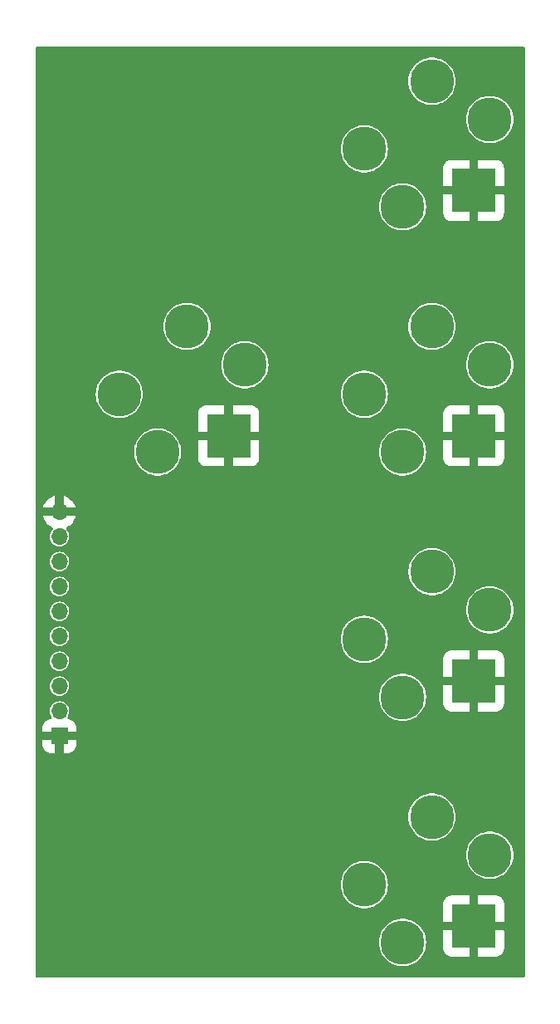
<source format=gbr>
G04 #@! TF.GenerationSoftware,KiCad,Pcbnew,(6.0.5)*
G04 #@! TF.CreationDate,2022-06-09T21:52:40-05:00*
G04 #@! TF.ProjectId,TuringJack,54757269-6e67-44a6-9163-6b2e6b696361,rev?*
G04 #@! TF.SameCoordinates,Original*
G04 #@! TF.FileFunction,Copper,L2,Bot*
G04 #@! TF.FilePolarity,Positive*
%FSLAX46Y46*%
G04 Gerber Fmt 4.6, Leading zero omitted, Abs format (unit mm)*
G04 Created by KiCad (PCBNEW (6.0.5)) date 2022-06-09 21:52:40*
%MOMM*%
%LPD*%
G01*
G04 APERTURE LIST*
G04 #@! TA.AperFunction,ComponentPad*
%ADD10C,4.500001*%
G04 #@! TD*
G04 #@! TA.AperFunction,ComponentPad*
%ADD11R,4.500001X4.500001*%
G04 #@! TD*
G04 #@! TA.AperFunction,ComponentPad*
%ADD12C,4.500000*%
G04 #@! TD*
G04 #@! TA.AperFunction,ComponentPad*
%ADD13R,1.700000X1.700000*%
G04 #@! TD*
G04 #@! TA.AperFunction,ComponentPad*
%ADD14O,1.700000X1.700000*%
G04 #@! TD*
G04 APERTURE END LIST*
D10*
X210500000Y-126100000D03*
X216400000Y-130000000D03*
D11*
X214740000Y-137240000D03*
D12*
X203600000Y-133000000D03*
X207500000Y-138900000D03*
D13*
X172475000Y-117860000D03*
D14*
X172475000Y-115320000D03*
X172475000Y-112780000D03*
X172475000Y-110240000D03*
X172475000Y-107700000D03*
X172475000Y-105160000D03*
X172475000Y-102620000D03*
X172475000Y-100080000D03*
X172475000Y-97540000D03*
X172475000Y-95000000D03*
D10*
X210500000Y-76100000D03*
X216400000Y-80000000D03*
D11*
X214740000Y-87240000D03*
D12*
X203600000Y-83000000D03*
X207500000Y-88900000D03*
D10*
X210500000Y-51100000D03*
X216400000Y-55000000D03*
D11*
X214740000Y-62240000D03*
D12*
X203600000Y-58000000D03*
X207500000Y-63900000D03*
D10*
X210500000Y-101100000D03*
X216400000Y-105000000D03*
D11*
X214740000Y-112240000D03*
D12*
X203600000Y-108000000D03*
X207500000Y-113900000D03*
D10*
X185500000Y-76100000D03*
X191400000Y-80000000D03*
D11*
X189740000Y-87240000D03*
D12*
X178600000Y-83000000D03*
X182500000Y-88900000D03*
G04 #@! TA.AperFunction,Conductor*
G36*
X219860031Y-47545524D02*
G01*
X219930386Y-47601630D01*
X219969430Y-47682706D01*
X219974500Y-47727700D01*
X219974500Y-142272300D01*
X219954476Y-142360031D01*
X219898370Y-142430386D01*
X219817294Y-142469430D01*
X219772300Y-142474500D01*
X170227700Y-142474500D01*
X170139969Y-142454476D01*
X170069614Y-142398370D01*
X170030570Y-142317294D01*
X170025500Y-142272300D01*
X170025500Y-138900000D01*
X205092349Y-138900000D01*
X205111334Y-139201759D01*
X205167990Y-139498758D01*
X205261423Y-139786315D01*
X205390159Y-140059895D01*
X205552169Y-140315182D01*
X205744898Y-140548151D01*
X205965305Y-140755127D01*
X205970444Y-140758861D01*
X205970448Y-140758864D01*
X206204772Y-140929110D01*
X206209916Y-140932847D01*
X206474872Y-141078508D01*
X206480775Y-141080845D01*
X206480779Y-141080847D01*
X206610413Y-141132172D01*
X206755995Y-141189812D01*
X207048851Y-141265005D01*
X207055146Y-141265800D01*
X207055150Y-141265801D01*
X207342525Y-141302105D01*
X207342533Y-141302105D01*
X207348822Y-141302900D01*
X207651178Y-141302900D01*
X207657467Y-141302105D01*
X207657475Y-141302105D01*
X207944850Y-141265801D01*
X207944854Y-141265800D01*
X207951149Y-141265005D01*
X208244005Y-141189812D01*
X208389587Y-141132172D01*
X208519221Y-141080847D01*
X208519225Y-141080845D01*
X208525128Y-141078508D01*
X208790084Y-140932847D01*
X208795228Y-140929110D01*
X209029552Y-140758864D01*
X209029556Y-140758861D01*
X209034695Y-140755127D01*
X209255102Y-140548151D01*
X209447831Y-140315182D01*
X209609841Y-140059895D01*
X209738577Y-139786315D01*
X209811724Y-139561193D01*
X211627200Y-139561193D01*
X211627434Y-139568059D01*
X211629536Y-139598892D01*
X211632299Y-139616437D01*
X211672845Y-139779058D01*
X211680361Y-139799486D01*
X211753976Y-139947783D01*
X211765707Y-139966127D01*
X211869451Y-140095157D01*
X211884843Y-140110549D01*
X212013873Y-140214293D01*
X212032217Y-140226024D01*
X212180514Y-140299639D01*
X212200942Y-140307155D01*
X212363563Y-140347701D01*
X212381108Y-140350464D01*
X212411941Y-140352566D01*
X212418807Y-140352800D01*
X214285819Y-140352800D01*
X214305091Y-140348401D01*
X214308600Y-140341115D01*
X214308600Y-140330019D01*
X215171400Y-140330019D01*
X215175799Y-140349291D01*
X215183085Y-140352800D01*
X217061193Y-140352800D01*
X217068059Y-140352566D01*
X217098892Y-140350464D01*
X217116437Y-140347701D01*
X217279058Y-140307155D01*
X217299486Y-140299639D01*
X217447783Y-140226024D01*
X217466127Y-140214293D01*
X217595157Y-140110549D01*
X217610549Y-140095157D01*
X217714293Y-139966127D01*
X217726024Y-139947783D01*
X217799639Y-139799486D01*
X217807155Y-139779058D01*
X217847701Y-139616437D01*
X217850464Y-139598892D01*
X217852566Y-139568059D01*
X217852800Y-139561193D01*
X217852800Y-137694181D01*
X217848401Y-137674909D01*
X217841115Y-137671400D01*
X215194181Y-137671400D01*
X215174909Y-137675799D01*
X215171400Y-137683085D01*
X215171400Y-140330019D01*
X214308600Y-140330019D01*
X214308600Y-137694181D01*
X214304201Y-137674909D01*
X214296915Y-137671400D01*
X211649981Y-137671400D01*
X211630709Y-137675799D01*
X211627200Y-137683085D01*
X211627200Y-139561193D01*
X209811724Y-139561193D01*
X209832010Y-139498758D01*
X209888666Y-139201759D01*
X209907651Y-138900000D01*
X209888666Y-138598241D01*
X209832010Y-138301242D01*
X209738577Y-138013685D01*
X209609841Y-137740105D01*
X209447831Y-137484818D01*
X209255102Y-137251849D01*
X209034695Y-137044873D01*
X209029556Y-137041139D01*
X209029552Y-137041136D01*
X208795228Y-136870890D01*
X208795224Y-136870888D01*
X208790084Y-136867153D01*
X208642138Y-136785819D01*
X211627200Y-136785819D01*
X211631599Y-136805091D01*
X211638885Y-136808600D01*
X214285819Y-136808600D01*
X214305091Y-136804201D01*
X214308600Y-136796915D01*
X214308600Y-136785819D01*
X215171400Y-136785819D01*
X215175799Y-136805091D01*
X215183085Y-136808600D01*
X217830019Y-136808600D01*
X217849291Y-136804201D01*
X217852800Y-136796915D01*
X217852800Y-134918807D01*
X217852566Y-134911941D01*
X217850464Y-134881108D01*
X217847701Y-134863563D01*
X217807155Y-134700942D01*
X217799639Y-134680514D01*
X217726024Y-134532217D01*
X217714293Y-134513873D01*
X217610549Y-134384843D01*
X217595157Y-134369451D01*
X217466127Y-134265707D01*
X217447783Y-134253976D01*
X217299486Y-134180361D01*
X217279058Y-134172845D01*
X217116437Y-134132299D01*
X217098892Y-134129536D01*
X217068059Y-134127434D01*
X217061193Y-134127200D01*
X215194181Y-134127200D01*
X215174909Y-134131599D01*
X215171400Y-134138885D01*
X215171400Y-136785819D01*
X214308600Y-136785819D01*
X214308600Y-134149981D01*
X214304201Y-134130709D01*
X214296915Y-134127200D01*
X212418807Y-134127200D01*
X212411941Y-134127434D01*
X212381108Y-134129536D01*
X212363563Y-134132299D01*
X212200942Y-134172845D01*
X212180514Y-134180361D01*
X212032217Y-134253976D01*
X212013873Y-134265707D01*
X211884843Y-134369451D01*
X211869451Y-134384843D01*
X211765707Y-134513873D01*
X211753976Y-134532217D01*
X211680361Y-134680514D01*
X211672845Y-134700942D01*
X211632299Y-134863563D01*
X211629536Y-134881108D01*
X211627434Y-134911941D01*
X211627200Y-134918807D01*
X211627200Y-136785819D01*
X208642138Y-136785819D01*
X208525128Y-136721492D01*
X208519225Y-136719155D01*
X208519221Y-136719153D01*
X208389587Y-136667828D01*
X208244005Y-136610188D01*
X207951149Y-136534995D01*
X207944854Y-136534200D01*
X207944850Y-136534199D01*
X207657475Y-136497895D01*
X207657467Y-136497895D01*
X207651178Y-136497100D01*
X207348822Y-136497100D01*
X207342533Y-136497895D01*
X207342525Y-136497895D01*
X207055150Y-136534199D01*
X207055146Y-136534200D01*
X207048851Y-136534995D01*
X206755995Y-136610188D01*
X206610413Y-136667828D01*
X206480779Y-136719153D01*
X206480775Y-136719155D01*
X206474872Y-136721492D01*
X206209916Y-136867153D01*
X206204776Y-136870888D01*
X206204772Y-136870890D01*
X205970448Y-137041136D01*
X205970444Y-137041139D01*
X205965305Y-137044873D01*
X205744898Y-137251849D01*
X205552169Y-137484818D01*
X205390159Y-137740105D01*
X205261423Y-138013685D01*
X205167990Y-138301242D01*
X205111334Y-138598241D01*
X205092349Y-138900000D01*
X170025500Y-138900000D01*
X170025500Y-133000000D01*
X201192349Y-133000000D01*
X201211334Y-133301759D01*
X201267990Y-133598758D01*
X201361423Y-133886315D01*
X201364126Y-133892059D01*
X201480273Y-134138885D01*
X201490159Y-134159895D01*
X201652169Y-134415182D01*
X201844898Y-134648151D01*
X202065305Y-134855127D01*
X202070444Y-134858861D01*
X202070448Y-134858864D01*
X202152953Y-134918807D01*
X202309916Y-135032847D01*
X202574872Y-135178508D01*
X202580775Y-135180845D01*
X202580779Y-135180847D01*
X202710413Y-135232172D01*
X202855995Y-135289812D01*
X203148851Y-135365005D01*
X203155146Y-135365800D01*
X203155150Y-135365801D01*
X203442525Y-135402105D01*
X203442533Y-135402105D01*
X203448822Y-135402900D01*
X203751178Y-135402900D01*
X203757467Y-135402105D01*
X203757475Y-135402105D01*
X204044850Y-135365801D01*
X204044854Y-135365800D01*
X204051149Y-135365005D01*
X204344005Y-135289812D01*
X204489587Y-135232172D01*
X204619221Y-135180847D01*
X204619225Y-135180845D01*
X204625128Y-135178508D01*
X204890084Y-135032847D01*
X205047047Y-134918807D01*
X205129552Y-134858864D01*
X205129556Y-134858861D01*
X205134695Y-134855127D01*
X205355102Y-134648151D01*
X205547831Y-134415182D01*
X205709841Y-134159895D01*
X205719728Y-134138885D01*
X205835874Y-133892059D01*
X205838577Y-133886315D01*
X205932010Y-133598758D01*
X205988666Y-133301759D01*
X206007651Y-133000000D01*
X205988666Y-132698241D01*
X205932010Y-132401242D01*
X205895044Y-132287471D01*
X205840538Y-132119719D01*
X205840536Y-132119713D01*
X205838577Y-132113685D01*
X205709841Y-131840105D01*
X205547831Y-131584818D01*
X205355102Y-131351849D01*
X205134695Y-131144873D01*
X205129556Y-131141139D01*
X205129552Y-131141136D01*
X204895228Y-130970890D01*
X204895224Y-130970888D01*
X204890084Y-130967153D01*
X204625128Y-130821492D01*
X204619225Y-130819155D01*
X204619221Y-130819153D01*
X204489587Y-130767828D01*
X204344005Y-130710188D01*
X204051149Y-130634995D01*
X204044854Y-130634200D01*
X204044850Y-130634199D01*
X203757475Y-130597895D01*
X203757467Y-130597895D01*
X203751178Y-130597100D01*
X203448822Y-130597100D01*
X203442533Y-130597895D01*
X203442525Y-130597895D01*
X203155150Y-130634199D01*
X203155146Y-130634200D01*
X203148851Y-130634995D01*
X202855995Y-130710188D01*
X202710413Y-130767828D01*
X202580779Y-130819153D01*
X202580775Y-130819155D01*
X202574872Y-130821492D01*
X202309916Y-130967153D01*
X202304776Y-130970888D01*
X202304772Y-130970890D01*
X202070448Y-131141136D01*
X202070444Y-131141139D01*
X202065305Y-131144873D01*
X201844898Y-131351849D01*
X201652169Y-131584818D01*
X201490159Y-131840105D01*
X201361423Y-132113685D01*
X201359464Y-132119713D01*
X201359462Y-132119719D01*
X201304956Y-132287471D01*
X201267990Y-132401242D01*
X201211334Y-132698241D01*
X201192349Y-133000000D01*
X170025500Y-133000000D01*
X170025500Y-130000000D01*
X213992349Y-130000000D01*
X214011334Y-130301759D01*
X214067990Y-130598758D01*
X214079764Y-130634995D01*
X214141356Y-130824554D01*
X214161423Y-130886315D01*
X214290159Y-131159895D01*
X214452169Y-131415182D01*
X214644898Y-131648151D01*
X214865305Y-131855127D01*
X214870444Y-131858861D01*
X214870448Y-131858864D01*
X215104772Y-132029110D01*
X215109916Y-132032847D01*
X215374872Y-132178508D01*
X215380775Y-132180845D01*
X215380779Y-132180847D01*
X215510413Y-132232172D01*
X215655995Y-132289812D01*
X215948851Y-132365005D01*
X215955146Y-132365800D01*
X215955150Y-132365801D01*
X216242525Y-132402105D01*
X216242533Y-132402105D01*
X216248822Y-132402900D01*
X216551178Y-132402900D01*
X216557467Y-132402105D01*
X216557475Y-132402105D01*
X216844850Y-132365801D01*
X216844854Y-132365800D01*
X216851149Y-132365005D01*
X217144005Y-132289812D01*
X217289587Y-132232172D01*
X217419221Y-132180847D01*
X217419225Y-132180845D01*
X217425128Y-132178508D01*
X217690084Y-132032847D01*
X217695228Y-132029110D01*
X217929552Y-131858864D01*
X217929556Y-131858861D01*
X217934695Y-131855127D01*
X218155102Y-131648151D01*
X218347831Y-131415182D01*
X218509841Y-131159895D01*
X218638577Y-130886315D01*
X218658645Y-130824554D01*
X218720236Y-130634995D01*
X218732010Y-130598758D01*
X218788666Y-130301759D01*
X218807651Y-130000000D01*
X218788666Y-129698241D01*
X218732010Y-129401242D01*
X218638577Y-129113685D01*
X218509841Y-128840105D01*
X218347831Y-128584818D01*
X218155102Y-128351849D01*
X217934695Y-128144873D01*
X217929556Y-128141139D01*
X217929552Y-128141136D01*
X217695228Y-127970890D01*
X217695224Y-127970888D01*
X217690084Y-127967153D01*
X217425128Y-127821492D01*
X217419225Y-127819155D01*
X217419221Y-127819153D01*
X217239889Y-127748151D01*
X217144005Y-127710188D01*
X216851149Y-127634995D01*
X216844854Y-127634200D01*
X216844850Y-127634199D01*
X216557475Y-127597895D01*
X216557467Y-127597895D01*
X216551178Y-127597100D01*
X216248822Y-127597100D01*
X216242533Y-127597895D01*
X216242525Y-127597895D01*
X215955150Y-127634199D01*
X215955146Y-127634200D01*
X215948851Y-127634995D01*
X215655995Y-127710188D01*
X215560111Y-127748151D01*
X215380779Y-127819153D01*
X215380775Y-127819155D01*
X215374872Y-127821492D01*
X215109916Y-127967153D01*
X215104776Y-127970888D01*
X215104772Y-127970890D01*
X214870448Y-128141136D01*
X214870444Y-128141139D01*
X214865305Y-128144873D01*
X214644898Y-128351849D01*
X214452169Y-128584818D01*
X214290159Y-128840105D01*
X214161423Y-129113685D01*
X214067990Y-129401242D01*
X214011334Y-129698241D01*
X213992349Y-130000000D01*
X170025500Y-130000000D01*
X170025500Y-126100000D01*
X208092349Y-126100000D01*
X208111334Y-126401759D01*
X208167990Y-126698758D01*
X208261423Y-126986315D01*
X208390159Y-127259895D01*
X208552169Y-127515182D01*
X208744898Y-127748151D01*
X208965305Y-127955127D01*
X208970444Y-127958861D01*
X208970448Y-127958864D01*
X209204772Y-128129110D01*
X209209916Y-128132847D01*
X209474872Y-128278508D01*
X209480775Y-128280845D01*
X209480779Y-128280847D01*
X209610413Y-128332172D01*
X209755995Y-128389812D01*
X210048851Y-128465005D01*
X210055146Y-128465800D01*
X210055150Y-128465801D01*
X210342525Y-128502105D01*
X210342533Y-128502105D01*
X210348822Y-128502900D01*
X210651178Y-128502900D01*
X210657467Y-128502105D01*
X210657475Y-128502105D01*
X210944850Y-128465801D01*
X210944854Y-128465800D01*
X210951149Y-128465005D01*
X211244005Y-128389812D01*
X211389587Y-128332172D01*
X211519221Y-128280847D01*
X211519225Y-128280845D01*
X211525128Y-128278508D01*
X211790084Y-128132847D01*
X211795228Y-128129110D01*
X212029552Y-127958864D01*
X212029556Y-127958861D01*
X212034695Y-127955127D01*
X212255102Y-127748151D01*
X212447831Y-127515182D01*
X212609841Y-127259895D01*
X212738577Y-126986315D01*
X212832010Y-126698758D01*
X212888666Y-126401759D01*
X212907651Y-126100000D01*
X212888666Y-125798241D01*
X212832010Y-125501242D01*
X212738577Y-125213685D01*
X212609841Y-124940105D01*
X212447831Y-124684818D01*
X212255102Y-124451849D01*
X212034695Y-124244873D01*
X212029556Y-124241139D01*
X212029552Y-124241136D01*
X211795228Y-124070890D01*
X211795224Y-124070888D01*
X211790084Y-124067153D01*
X211525128Y-123921492D01*
X211519225Y-123919155D01*
X211519221Y-123919153D01*
X211389587Y-123867828D01*
X211244005Y-123810188D01*
X210951149Y-123734995D01*
X210944854Y-123734200D01*
X210944850Y-123734199D01*
X210657475Y-123697895D01*
X210657467Y-123697895D01*
X210651178Y-123697100D01*
X210348822Y-123697100D01*
X210342533Y-123697895D01*
X210342525Y-123697895D01*
X210055150Y-123734199D01*
X210055146Y-123734200D01*
X210048851Y-123734995D01*
X209755995Y-123810188D01*
X209610413Y-123867828D01*
X209480779Y-123919153D01*
X209480775Y-123919155D01*
X209474872Y-123921492D01*
X209209916Y-124067153D01*
X209204776Y-124070888D01*
X209204772Y-124070890D01*
X208970448Y-124241136D01*
X208970444Y-124241139D01*
X208965305Y-124244873D01*
X208744898Y-124451849D01*
X208552169Y-124684818D01*
X208390159Y-124940105D01*
X208261423Y-125213685D01*
X208167990Y-125501242D01*
X208111334Y-125798241D01*
X208092349Y-126100000D01*
X170025500Y-126100000D01*
X170025500Y-118781193D01*
X170762200Y-118781193D01*
X170762434Y-118788059D01*
X170764536Y-118818892D01*
X170767299Y-118836437D01*
X170807845Y-118999058D01*
X170815361Y-119019486D01*
X170888976Y-119167783D01*
X170900707Y-119186127D01*
X171004451Y-119315157D01*
X171019843Y-119330549D01*
X171148873Y-119434293D01*
X171167217Y-119446024D01*
X171315514Y-119519639D01*
X171335942Y-119527155D01*
X171498563Y-119567701D01*
X171516108Y-119570464D01*
X171546941Y-119572566D01*
X171553807Y-119572800D01*
X172020819Y-119572800D01*
X172040091Y-119568401D01*
X172043600Y-119561115D01*
X172043600Y-119550019D01*
X172906400Y-119550019D01*
X172910799Y-119569291D01*
X172918085Y-119572800D01*
X173396193Y-119572800D01*
X173403059Y-119572566D01*
X173433892Y-119570464D01*
X173451437Y-119567701D01*
X173614058Y-119527155D01*
X173634486Y-119519639D01*
X173782783Y-119446024D01*
X173801127Y-119434293D01*
X173930157Y-119330549D01*
X173945549Y-119315157D01*
X174049293Y-119186127D01*
X174061024Y-119167783D01*
X174134639Y-119019486D01*
X174142155Y-118999058D01*
X174182701Y-118836437D01*
X174185464Y-118818892D01*
X174187566Y-118788059D01*
X174187800Y-118781193D01*
X174187800Y-118314181D01*
X174183401Y-118294909D01*
X174176115Y-118291400D01*
X172929181Y-118291400D01*
X172909909Y-118295799D01*
X172906400Y-118303085D01*
X172906400Y-119550019D01*
X172043600Y-119550019D01*
X172043600Y-118314181D01*
X172039201Y-118294909D01*
X172031915Y-118291400D01*
X170784981Y-118291400D01*
X170765709Y-118295799D01*
X170762200Y-118303085D01*
X170762200Y-118781193D01*
X170025500Y-118781193D01*
X170025500Y-117405819D01*
X170762200Y-117405819D01*
X170766599Y-117425091D01*
X170773885Y-117428600D01*
X174165019Y-117428600D01*
X174184291Y-117424201D01*
X174187800Y-117416915D01*
X174187800Y-116938807D01*
X174187566Y-116931941D01*
X174185464Y-116901108D01*
X174182701Y-116883563D01*
X174142155Y-116720942D01*
X174134639Y-116700514D01*
X174061024Y-116552217D01*
X174049293Y-116533873D01*
X173945549Y-116404843D01*
X173930157Y-116389451D01*
X173801127Y-116285707D01*
X173782783Y-116273976D01*
X173634486Y-116200361D01*
X173614060Y-116192845D01*
X173450837Y-116152149D01*
X173370556Y-116111495D01*
X173315864Y-116040035D01*
X173297594Y-115951922D01*
X173319364Y-115864607D01*
X173323942Y-115856080D01*
X173390745Y-115738486D01*
X173390746Y-115738484D01*
X173395628Y-115729890D01*
X173457710Y-115543266D01*
X173461733Y-115511426D01*
X173481652Y-115353740D01*
X173482360Y-115348138D01*
X173482753Y-115320000D01*
X173463561Y-115124260D01*
X173426928Y-115002925D01*
X173409573Y-114945444D01*
X173409573Y-114945443D01*
X173406714Y-114935975D01*
X173314379Y-114762318D01*
X173308132Y-114754658D01*
X173308129Y-114754654D01*
X173196318Y-114617561D01*
X173196316Y-114617559D01*
X173190072Y-114609903D01*
X173038528Y-114484535D01*
X173015645Y-114472162D01*
X172874223Y-114395695D01*
X172874217Y-114395693D01*
X172865520Y-114390990D01*
X172757878Y-114357669D01*
X172687081Y-114335753D01*
X172687077Y-114335752D01*
X172677637Y-114332830D01*
X172482035Y-114312272D01*
X172472189Y-114313168D01*
X172472187Y-114313168D01*
X172296011Y-114329201D01*
X172296010Y-114329201D01*
X172286166Y-114330097D01*
X172276685Y-114332887D01*
X172276682Y-114332888D01*
X172106982Y-114382834D01*
X172097489Y-114385628D01*
X172010341Y-114431188D01*
X171931963Y-114472162D01*
X171931958Y-114472165D01*
X171923192Y-114476748D01*
X171915482Y-114482947D01*
X171915479Y-114482949D01*
X171777619Y-114593791D01*
X171777617Y-114593793D01*
X171769912Y-114599988D01*
X171724843Y-114653699D01*
X171649842Y-114743081D01*
X171649839Y-114743085D01*
X171643489Y-114750653D01*
X171548739Y-114923004D01*
X171545750Y-114932426D01*
X171545748Y-114932431D01*
X171535059Y-114966127D01*
X171489269Y-115110476D01*
X171467345Y-115305930D01*
X171468172Y-115315779D01*
X171468172Y-115315780D01*
X171468533Y-115320080D01*
X171483803Y-115501919D01*
X171486529Y-115511425D01*
X171486529Y-115511426D01*
X171495656Y-115543254D01*
X171538015Y-115690979D01*
X171542537Y-115699778D01*
X171627079Y-115864280D01*
X171649371Y-115951463D01*
X171631628Y-116039684D01*
X171577365Y-116111470D01*
X171496156Y-116152899D01*
X171335940Y-116192845D01*
X171315514Y-116200361D01*
X171167217Y-116273976D01*
X171148873Y-116285707D01*
X171019843Y-116389451D01*
X171004451Y-116404843D01*
X170900707Y-116533873D01*
X170888976Y-116552217D01*
X170815361Y-116700514D01*
X170807845Y-116720942D01*
X170767299Y-116883563D01*
X170764536Y-116901108D01*
X170762434Y-116931941D01*
X170762200Y-116938807D01*
X170762200Y-117405819D01*
X170025500Y-117405819D01*
X170025500Y-113900000D01*
X205092349Y-113900000D01*
X205111334Y-114201759D01*
X205112525Y-114208002D01*
X205165277Y-114484535D01*
X205167990Y-114498758D01*
X205169954Y-114504802D01*
X205252650Y-114759313D01*
X205261423Y-114786315D01*
X205390159Y-115059895D01*
X205552169Y-115315182D01*
X205744898Y-115548151D01*
X205965305Y-115755127D01*
X205970444Y-115758861D01*
X205970448Y-115758864D01*
X206117782Y-115865908D01*
X206209916Y-115932847D01*
X206474872Y-116078508D01*
X206480775Y-116080845D01*
X206480779Y-116080847D01*
X206558125Y-116111470D01*
X206755995Y-116189812D01*
X206762159Y-116191395D01*
X206762160Y-116191395D01*
X206797080Y-116200361D01*
X207048851Y-116265005D01*
X207055146Y-116265800D01*
X207055150Y-116265801D01*
X207342525Y-116302105D01*
X207342533Y-116302105D01*
X207348822Y-116302900D01*
X207651178Y-116302900D01*
X207657467Y-116302105D01*
X207657475Y-116302105D01*
X207944850Y-116265801D01*
X207944854Y-116265800D01*
X207951149Y-116265005D01*
X208202920Y-116200361D01*
X208237840Y-116191395D01*
X208237841Y-116191395D01*
X208244005Y-116189812D01*
X208441875Y-116111470D01*
X208519221Y-116080847D01*
X208519225Y-116080845D01*
X208525128Y-116078508D01*
X208790084Y-115932847D01*
X208882218Y-115865908D01*
X209029552Y-115758864D01*
X209029556Y-115758861D01*
X209034695Y-115755127D01*
X209255102Y-115548151D01*
X209447831Y-115315182D01*
X209609841Y-115059895D01*
X209738577Y-114786315D01*
X209747351Y-114759313D01*
X209811724Y-114561193D01*
X211627200Y-114561193D01*
X211627434Y-114568059D01*
X211629536Y-114598892D01*
X211632299Y-114616437D01*
X211672845Y-114779058D01*
X211680361Y-114799486D01*
X211753976Y-114947783D01*
X211765707Y-114966127D01*
X211869451Y-115095157D01*
X211884843Y-115110549D01*
X212013873Y-115214293D01*
X212032217Y-115226024D01*
X212180514Y-115299639D01*
X212200942Y-115307155D01*
X212363563Y-115347701D01*
X212381108Y-115350464D01*
X212411941Y-115352566D01*
X212418807Y-115352800D01*
X214285819Y-115352800D01*
X214305091Y-115348401D01*
X214308600Y-115341115D01*
X214308600Y-115330019D01*
X215171400Y-115330019D01*
X215175799Y-115349291D01*
X215183085Y-115352800D01*
X217061193Y-115352800D01*
X217068059Y-115352566D01*
X217098892Y-115350464D01*
X217116437Y-115347701D01*
X217279058Y-115307155D01*
X217299486Y-115299639D01*
X217447783Y-115226024D01*
X217466127Y-115214293D01*
X217595157Y-115110549D01*
X217610549Y-115095157D01*
X217714293Y-114966127D01*
X217726024Y-114947783D01*
X217799639Y-114799486D01*
X217807155Y-114779058D01*
X217847701Y-114616437D01*
X217850464Y-114598892D01*
X217852566Y-114568059D01*
X217852800Y-114561193D01*
X217852800Y-112694181D01*
X217848401Y-112674909D01*
X217841115Y-112671400D01*
X215194181Y-112671400D01*
X215174909Y-112675799D01*
X215171400Y-112683085D01*
X215171400Y-115330019D01*
X214308600Y-115330019D01*
X214308600Y-112694181D01*
X214304201Y-112674909D01*
X214296915Y-112671400D01*
X211649981Y-112671400D01*
X211630709Y-112675799D01*
X211627200Y-112683085D01*
X211627200Y-114561193D01*
X209811724Y-114561193D01*
X209830046Y-114504802D01*
X209832010Y-114498758D01*
X209834724Y-114484535D01*
X209887475Y-114208002D01*
X209888666Y-114201759D01*
X209907651Y-113900000D01*
X209900527Y-113786773D01*
X209889065Y-113604581D01*
X209889065Y-113604579D01*
X209888666Y-113598241D01*
X209864640Y-113472291D01*
X209833202Y-113307489D01*
X209833201Y-113307484D01*
X209832010Y-113301242D01*
X209738577Y-113013685D01*
X209609841Y-112740105D01*
X209447831Y-112484818D01*
X209255102Y-112251849D01*
X209034695Y-112044873D01*
X209029556Y-112041139D01*
X209029552Y-112041136D01*
X208795228Y-111870890D01*
X208795224Y-111870888D01*
X208790084Y-111867153D01*
X208642138Y-111785819D01*
X211627200Y-111785819D01*
X211631599Y-111805091D01*
X211638885Y-111808600D01*
X214285819Y-111808600D01*
X214305091Y-111804201D01*
X214308600Y-111796915D01*
X214308600Y-111785819D01*
X215171400Y-111785819D01*
X215175799Y-111805091D01*
X215183085Y-111808600D01*
X217830019Y-111808600D01*
X217849291Y-111804201D01*
X217852800Y-111796915D01*
X217852800Y-109918807D01*
X217852566Y-109911941D01*
X217850464Y-109881108D01*
X217847701Y-109863563D01*
X217807155Y-109700942D01*
X217799639Y-109680514D01*
X217726024Y-109532217D01*
X217714293Y-109513873D01*
X217610549Y-109384843D01*
X217595157Y-109369451D01*
X217466127Y-109265707D01*
X217447783Y-109253976D01*
X217299486Y-109180361D01*
X217279058Y-109172845D01*
X217116437Y-109132299D01*
X217098892Y-109129536D01*
X217068059Y-109127434D01*
X217061193Y-109127200D01*
X215194181Y-109127200D01*
X215174909Y-109131599D01*
X215171400Y-109138885D01*
X215171400Y-111785819D01*
X214308600Y-111785819D01*
X214308600Y-109149981D01*
X214304201Y-109130709D01*
X214296915Y-109127200D01*
X212418807Y-109127200D01*
X212411941Y-109127434D01*
X212381108Y-109129536D01*
X212363563Y-109132299D01*
X212200942Y-109172845D01*
X212180514Y-109180361D01*
X212032217Y-109253976D01*
X212013873Y-109265707D01*
X211884843Y-109369451D01*
X211869451Y-109384843D01*
X211765707Y-109513873D01*
X211753976Y-109532217D01*
X211680361Y-109680514D01*
X211672845Y-109700942D01*
X211632299Y-109863563D01*
X211629536Y-109881108D01*
X211627434Y-109911941D01*
X211627200Y-109918807D01*
X211627200Y-111785819D01*
X208642138Y-111785819D01*
X208525128Y-111721492D01*
X208519225Y-111719155D01*
X208519221Y-111719153D01*
X208389587Y-111667828D01*
X208244005Y-111610188D01*
X207951149Y-111534995D01*
X207944854Y-111534200D01*
X207944850Y-111534199D01*
X207657475Y-111497895D01*
X207657467Y-111497895D01*
X207651178Y-111497100D01*
X207348822Y-111497100D01*
X207342533Y-111497895D01*
X207342525Y-111497895D01*
X207055150Y-111534199D01*
X207055146Y-111534200D01*
X207048851Y-111534995D01*
X206755995Y-111610188D01*
X206610413Y-111667828D01*
X206480779Y-111719153D01*
X206480775Y-111719155D01*
X206474872Y-111721492D01*
X206209916Y-111867153D01*
X206204776Y-111870888D01*
X206204772Y-111870890D01*
X205970448Y-112041136D01*
X205970444Y-112041139D01*
X205965305Y-112044873D01*
X205744898Y-112251849D01*
X205552169Y-112484818D01*
X205390159Y-112740105D01*
X205261423Y-113013685D01*
X205167990Y-113301242D01*
X205166799Y-113307484D01*
X205166798Y-113307489D01*
X205135360Y-113472291D01*
X205111334Y-113598241D01*
X205110935Y-113604579D01*
X205110935Y-113604581D01*
X205099473Y-113786773D01*
X205092349Y-113900000D01*
X170025500Y-113900000D01*
X170025500Y-112765930D01*
X171467345Y-112765930D01*
X171468172Y-112775779D01*
X171468172Y-112775780D01*
X171469001Y-112785655D01*
X171483803Y-112961919D01*
X171486529Y-112971425D01*
X171486529Y-112971426D01*
X171498647Y-113013685D01*
X171538015Y-113150979D01*
X171542537Y-113159778D01*
X171623397Y-113317116D01*
X171623400Y-113317120D01*
X171627916Y-113325908D01*
X171750083Y-113480044D01*
X171899862Y-113607516D01*
X171908496Y-113612342D01*
X171908497Y-113612342D01*
X172062918Y-113698645D01*
X172062923Y-113698647D01*
X172071547Y-113703467D01*
X172121052Y-113719552D01*
X172249196Y-113761189D01*
X172249201Y-113761190D01*
X172258600Y-113764244D01*
X172268413Y-113765414D01*
X172268417Y-113765415D01*
X172438683Y-113785718D01*
X172453895Y-113787532D01*
X172649994Y-113772443D01*
X172659525Y-113769782D01*
X172829905Y-113722211D01*
X172829906Y-113722211D01*
X172839428Y-113719552D01*
X172848249Y-113715096D01*
X172848252Y-113715095D01*
X173006158Y-113635331D01*
X173006159Y-113635330D01*
X173014981Y-113630874D01*
X173022764Y-113624793D01*
X173022769Y-113624790D01*
X173162179Y-113515870D01*
X173162180Y-113515869D01*
X173169966Y-113509786D01*
X173298480Y-113360901D01*
X173313959Y-113333654D01*
X173390745Y-113198486D01*
X173390746Y-113198484D01*
X173395628Y-113189890D01*
X173457710Y-113003266D01*
X173461733Y-112971426D01*
X173481652Y-112813740D01*
X173482360Y-112808138D01*
X173482753Y-112780000D01*
X173463561Y-112584260D01*
X173406714Y-112395975D01*
X173314379Y-112222318D01*
X173308132Y-112214658D01*
X173308129Y-112214654D01*
X173196318Y-112077561D01*
X173196316Y-112077559D01*
X173190072Y-112069903D01*
X173038528Y-111944535D01*
X173015645Y-111932162D01*
X172874223Y-111855695D01*
X172874217Y-111855693D01*
X172865520Y-111850990D01*
X172757878Y-111817669D01*
X172687081Y-111795753D01*
X172687077Y-111795752D01*
X172677637Y-111792830D01*
X172482035Y-111772272D01*
X172472189Y-111773168D01*
X172472187Y-111773168D01*
X172296011Y-111789201D01*
X172296010Y-111789201D01*
X172286166Y-111790097D01*
X172276685Y-111792887D01*
X172276682Y-111792888D01*
X172106982Y-111842834D01*
X172097489Y-111845628D01*
X172010340Y-111891188D01*
X171931963Y-111932162D01*
X171931958Y-111932165D01*
X171923192Y-111936748D01*
X171915482Y-111942947D01*
X171915479Y-111942949D01*
X171777619Y-112053791D01*
X171777617Y-112053793D01*
X171769912Y-112059988D01*
X171724843Y-112113699D01*
X171649842Y-112203081D01*
X171649839Y-112203085D01*
X171643489Y-112210653D01*
X171548739Y-112383004D01*
X171545750Y-112392426D01*
X171545748Y-112392431D01*
X171517995Y-112479920D01*
X171489269Y-112570476D01*
X171467345Y-112765930D01*
X170025500Y-112765930D01*
X170025500Y-110225930D01*
X171467345Y-110225930D01*
X171468172Y-110235779D01*
X171468172Y-110235780D01*
X171469001Y-110245655D01*
X171483803Y-110421919D01*
X171486529Y-110431425D01*
X171486529Y-110431426D01*
X171492848Y-110453461D01*
X171538015Y-110610979D01*
X171542537Y-110619778D01*
X171623397Y-110777116D01*
X171623400Y-110777120D01*
X171627916Y-110785908D01*
X171750083Y-110940044D01*
X171899862Y-111067516D01*
X171908496Y-111072342D01*
X171908497Y-111072342D01*
X172062918Y-111158645D01*
X172062923Y-111158647D01*
X172071547Y-111163467D01*
X172121052Y-111179552D01*
X172249196Y-111221189D01*
X172249201Y-111221190D01*
X172258600Y-111224244D01*
X172268413Y-111225414D01*
X172268417Y-111225415D01*
X172438683Y-111245718D01*
X172453895Y-111247532D01*
X172649994Y-111232443D01*
X172659525Y-111229782D01*
X172829905Y-111182211D01*
X172829906Y-111182211D01*
X172839428Y-111179552D01*
X172848249Y-111175096D01*
X172848252Y-111175095D01*
X173006158Y-111095331D01*
X173006159Y-111095330D01*
X173014981Y-111090874D01*
X173022764Y-111084793D01*
X173022769Y-111084790D01*
X173162179Y-110975870D01*
X173162180Y-110975869D01*
X173169966Y-110969786D01*
X173298480Y-110820901D01*
X173313959Y-110793654D01*
X173390745Y-110658486D01*
X173390746Y-110658484D01*
X173395628Y-110649890D01*
X173457710Y-110463266D01*
X173461733Y-110431426D01*
X173479622Y-110289812D01*
X173482360Y-110268138D01*
X173482753Y-110240000D01*
X173463561Y-110044260D01*
X173406714Y-109855975D01*
X173314379Y-109682318D01*
X173308132Y-109674658D01*
X173308129Y-109674654D01*
X173196318Y-109537561D01*
X173196316Y-109537559D01*
X173190072Y-109529903D01*
X173038528Y-109404535D01*
X173015645Y-109392162D01*
X172874223Y-109315695D01*
X172874217Y-109315693D01*
X172865520Y-109310990D01*
X172719236Y-109265707D01*
X172687081Y-109255753D01*
X172687077Y-109255752D01*
X172677637Y-109252830D01*
X172482035Y-109232272D01*
X172472189Y-109233168D01*
X172472187Y-109233168D01*
X172296011Y-109249201D01*
X172296010Y-109249201D01*
X172286166Y-109250097D01*
X172276685Y-109252887D01*
X172276682Y-109252888D01*
X172106982Y-109302834D01*
X172097489Y-109305628D01*
X172010340Y-109351188D01*
X171931963Y-109392162D01*
X171931958Y-109392165D01*
X171923192Y-109396748D01*
X171915482Y-109402947D01*
X171915479Y-109402949D01*
X171777619Y-109513791D01*
X171777617Y-109513793D01*
X171769912Y-109519988D01*
X171724843Y-109573699D01*
X171649842Y-109663081D01*
X171649839Y-109663085D01*
X171643489Y-109670653D01*
X171638729Y-109679312D01*
X171638728Y-109679313D01*
X171553503Y-109834338D01*
X171548739Y-109843004D01*
X171545750Y-109852426D01*
X171545748Y-109852431D01*
X171503344Y-109986105D01*
X171489269Y-110030476D01*
X171467345Y-110225930D01*
X170025500Y-110225930D01*
X170025500Y-107685930D01*
X171467345Y-107685930D01*
X171468172Y-107695779D01*
X171468172Y-107695780D01*
X171468911Y-107704581D01*
X171483803Y-107881919D01*
X171486529Y-107891425D01*
X171486529Y-107891426D01*
X171519481Y-108006342D01*
X171538015Y-108070979D01*
X171542537Y-108079778D01*
X171623397Y-108237116D01*
X171623400Y-108237120D01*
X171627916Y-108245908D01*
X171750083Y-108400044D01*
X171899862Y-108527516D01*
X171908496Y-108532342D01*
X171908497Y-108532342D01*
X172062918Y-108618645D01*
X172062923Y-108618647D01*
X172071547Y-108623467D01*
X172121052Y-108639552D01*
X172249196Y-108681189D01*
X172249201Y-108681190D01*
X172258600Y-108684244D01*
X172268413Y-108685414D01*
X172268417Y-108685415D01*
X172438683Y-108705718D01*
X172453895Y-108707532D01*
X172649994Y-108692443D01*
X172659525Y-108689782D01*
X172829905Y-108642211D01*
X172829906Y-108642211D01*
X172839428Y-108639552D01*
X172848249Y-108635096D01*
X172848252Y-108635095D01*
X173006158Y-108555331D01*
X173006159Y-108555330D01*
X173014981Y-108550874D01*
X173022764Y-108544793D01*
X173022769Y-108544790D01*
X173162179Y-108435870D01*
X173162180Y-108435869D01*
X173169966Y-108429786D01*
X173298480Y-108280901D01*
X173313959Y-108253654D01*
X173390745Y-108118486D01*
X173390746Y-108118484D01*
X173395628Y-108109890D01*
X173432184Y-108000000D01*
X201192349Y-108000000D01*
X201192748Y-108006342D01*
X201210493Y-108288385D01*
X201211334Y-108301759D01*
X201212525Y-108308002D01*
X201258856Y-108550874D01*
X201267990Y-108598758D01*
X201361423Y-108886315D01*
X201364126Y-108892059D01*
X201480273Y-109138885D01*
X201490159Y-109159895D01*
X201652169Y-109415182D01*
X201844898Y-109648151D01*
X202065305Y-109855127D01*
X202070444Y-109858861D01*
X202070448Y-109858864D01*
X202152953Y-109918807D01*
X202309916Y-110032847D01*
X202574872Y-110178508D01*
X202580775Y-110180845D01*
X202580779Y-110180847D01*
X202694647Y-110225930D01*
X202855995Y-110289812D01*
X203148851Y-110365005D01*
X203155146Y-110365800D01*
X203155150Y-110365801D01*
X203442525Y-110402105D01*
X203442533Y-110402105D01*
X203448822Y-110402900D01*
X203751178Y-110402900D01*
X203757467Y-110402105D01*
X203757475Y-110402105D01*
X204044850Y-110365801D01*
X204044854Y-110365800D01*
X204051149Y-110365005D01*
X204344005Y-110289812D01*
X204505353Y-110225930D01*
X204619221Y-110180847D01*
X204619225Y-110180845D01*
X204625128Y-110178508D01*
X204890084Y-110032847D01*
X205047047Y-109918807D01*
X205129552Y-109858864D01*
X205129556Y-109858861D01*
X205134695Y-109855127D01*
X205355102Y-109648151D01*
X205547831Y-109415182D01*
X205709841Y-109159895D01*
X205719728Y-109138885D01*
X205835874Y-108892059D01*
X205838577Y-108886315D01*
X205932010Y-108598758D01*
X205941145Y-108550874D01*
X205987475Y-108308002D01*
X205988666Y-108301759D01*
X205989508Y-108288385D01*
X206007252Y-108006342D01*
X206007651Y-108000000D01*
X205999602Y-107872065D01*
X205989065Y-107704581D01*
X205989065Y-107704579D01*
X205988666Y-107698241D01*
X205949857Y-107494798D01*
X205933202Y-107407489D01*
X205933201Y-107407484D01*
X205932010Y-107401242D01*
X205895044Y-107287471D01*
X205840538Y-107119719D01*
X205840536Y-107119713D01*
X205838577Y-107113685D01*
X205721337Y-106864535D01*
X205712551Y-106845864D01*
X205712551Y-106845863D01*
X205709841Y-106840105D01*
X205547831Y-106584818D01*
X205355102Y-106351849D01*
X205134695Y-106144873D01*
X205129556Y-106141139D01*
X205129552Y-106141136D01*
X204895228Y-105970890D01*
X204895224Y-105970888D01*
X204890084Y-105967153D01*
X204625128Y-105821492D01*
X204619225Y-105819155D01*
X204619221Y-105819153D01*
X204440480Y-105748385D01*
X204344005Y-105710188D01*
X204051149Y-105634995D01*
X204044854Y-105634200D01*
X204044850Y-105634199D01*
X203757475Y-105597895D01*
X203757467Y-105597895D01*
X203751178Y-105597100D01*
X203448822Y-105597100D01*
X203442533Y-105597895D01*
X203442525Y-105597895D01*
X203155150Y-105634199D01*
X203155146Y-105634200D01*
X203148851Y-105634995D01*
X202855995Y-105710188D01*
X202759520Y-105748385D01*
X202580779Y-105819153D01*
X202580775Y-105819155D01*
X202574872Y-105821492D01*
X202309916Y-105967153D01*
X202304776Y-105970888D01*
X202304772Y-105970890D01*
X202070448Y-106141136D01*
X202070444Y-106141139D01*
X202065305Y-106144873D01*
X201844898Y-106351849D01*
X201652169Y-106584818D01*
X201490159Y-106840105D01*
X201487449Y-106845863D01*
X201487449Y-106845864D01*
X201478663Y-106864535D01*
X201361423Y-107113685D01*
X201359464Y-107119713D01*
X201359462Y-107119719D01*
X201304956Y-107287471D01*
X201267990Y-107401242D01*
X201266799Y-107407484D01*
X201266798Y-107407489D01*
X201250143Y-107494798D01*
X201211334Y-107698241D01*
X201210935Y-107704579D01*
X201210935Y-107704581D01*
X201200398Y-107872065D01*
X201192349Y-108000000D01*
X173432184Y-108000000D01*
X173457710Y-107923266D01*
X173461733Y-107891426D01*
X173481652Y-107733740D01*
X173482360Y-107728138D01*
X173482753Y-107700000D01*
X173463561Y-107504260D01*
X173406714Y-107315975D01*
X173314379Y-107142318D01*
X173308132Y-107134658D01*
X173308129Y-107134654D01*
X173196318Y-106997561D01*
X173196316Y-106997559D01*
X173190072Y-106989903D01*
X173038528Y-106864535D01*
X172993346Y-106840105D01*
X172874223Y-106775695D01*
X172874217Y-106775693D01*
X172865520Y-106770990D01*
X172757878Y-106737669D01*
X172687081Y-106715753D01*
X172687077Y-106715752D01*
X172677637Y-106712830D01*
X172482035Y-106692272D01*
X172472189Y-106693168D01*
X172472187Y-106693168D01*
X172296011Y-106709201D01*
X172296010Y-106709201D01*
X172286166Y-106710097D01*
X172276685Y-106712887D01*
X172276682Y-106712888D01*
X172106982Y-106762834D01*
X172097489Y-106765628D01*
X172010340Y-106811188D01*
X171931963Y-106852162D01*
X171931958Y-106852165D01*
X171923192Y-106856748D01*
X171915482Y-106862947D01*
X171915479Y-106862949D01*
X171777619Y-106973791D01*
X171777617Y-106973793D01*
X171769912Y-106979988D01*
X171728694Y-107029110D01*
X171649842Y-107123081D01*
X171649839Y-107123085D01*
X171643489Y-107130653D01*
X171548739Y-107303004D01*
X171545750Y-107312426D01*
X171545748Y-107312431D01*
X171529071Y-107365005D01*
X171489269Y-107490476D01*
X171467345Y-107685930D01*
X170025500Y-107685930D01*
X170025500Y-105145930D01*
X171467345Y-105145930D01*
X171468172Y-105155779D01*
X171468172Y-105155780D01*
X171469001Y-105165655D01*
X171483803Y-105341919D01*
X171486529Y-105351425D01*
X171486529Y-105351426D01*
X171492848Y-105373461D01*
X171538015Y-105530979D01*
X171542537Y-105539778D01*
X171623397Y-105697116D01*
X171623400Y-105697120D01*
X171627916Y-105705908D01*
X171750083Y-105860044D01*
X171757617Y-105866456D01*
X171880327Y-105970890D01*
X171899862Y-105987516D01*
X171908496Y-105992342D01*
X171908497Y-105992342D01*
X172062918Y-106078645D01*
X172062923Y-106078647D01*
X172071547Y-106083467D01*
X172121052Y-106099552D01*
X172249196Y-106141189D01*
X172249201Y-106141190D01*
X172258600Y-106144244D01*
X172268413Y-106145414D01*
X172268417Y-106145415D01*
X172434909Y-106165268D01*
X172453895Y-106167532D01*
X172649994Y-106152443D01*
X172659525Y-106149782D01*
X172829905Y-106102211D01*
X172829906Y-106102211D01*
X172839428Y-106099552D01*
X172848249Y-106095096D01*
X172848252Y-106095095D01*
X173006158Y-106015331D01*
X173006159Y-106015330D01*
X173014981Y-106010874D01*
X173022764Y-106004793D01*
X173022769Y-106004790D01*
X173162179Y-105895870D01*
X173162180Y-105895869D01*
X173169966Y-105889786D01*
X173298480Y-105740901D01*
X173313959Y-105713654D01*
X173390745Y-105578486D01*
X173390746Y-105578484D01*
X173395628Y-105569890D01*
X173457710Y-105383266D01*
X173461733Y-105351426D01*
X173481652Y-105193740D01*
X173482360Y-105188138D01*
X173482753Y-105160000D01*
X173467687Y-105006342D01*
X173467065Y-105000000D01*
X213992349Y-105000000D01*
X214011334Y-105301759D01*
X214067990Y-105598758D01*
X214079764Y-105634995D01*
X214141356Y-105824554D01*
X214161423Y-105886315D01*
X214209044Y-105987516D01*
X214287010Y-106153202D01*
X214290159Y-106159895D01*
X214452169Y-106415182D01*
X214644898Y-106648151D01*
X214865305Y-106855127D01*
X214870444Y-106858861D01*
X214870448Y-106858864D01*
X215104772Y-107029110D01*
X215109916Y-107032847D01*
X215374872Y-107178508D01*
X215380775Y-107180845D01*
X215380779Y-107180847D01*
X215510413Y-107232172D01*
X215655995Y-107289812D01*
X215662159Y-107291395D01*
X215662160Y-107291395D01*
X215707374Y-107303004D01*
X215948851Y-107365005D01*
X215955146Y-107365800D01*
X215955150Y-107365801D01*
X216242525Y-107402105D01*
X216242533Y-107402105D01*
X216248822Y-107402900D01*
X216551178Y-107402900D01*
X216557467Y-107402105D01*
X216557475Y-107402105D01*
X216844850Y-107365801D01*
X216844854Y-107365800D01*
X216851149Y-107365005D01*
X217092626Y-107303004D01*
X217137840Y-107291395D01*
X217137841Y-107291395D01*
X217144005Y-107289812D01*
X217289587Y-107232172D01*
X217419221Y-107180847D01*
X217419225Y-107180845D01*
X217425128Y-107178508D01*
X217690084Y-107032847D01*
X217695228Y-107029110D01*
X217929552Y-106858864D01*
X217929556Y-106858861D01*
X217934695Y-106855127D01*
X218155102Y-106648151D01*
X218347831Y-106415182D01*
X218509841Y-106159895D01*
X218512991Y-106153202D01*
X218590956Y-105987516D01*
X218638577Y-105886315D01*
X218658645Y-105824554D01*
X218720236Y-105634995D01*
X218732010Y-105598758D01*
X218788666Y-105301759D01*
X218807651Y-105000000D01*
X218788666Y-104698241D01*
X218740091Y-104443602D01*
X218733202Y-104407489D01*
X218733201Y-104407484D01*
X218732010Y-104401242D01*
X218703066Y-104312162D01*
X218640538Y-104119719D01*
X218640536Y-104119713D01*
X218638577Y-104113685D01*
X218509841Y-103840105D01*
X218347831Y-103584818D01*
X218155102Y-103351849D01*
X217934695Y-103144873D01*
X217929556Y-103141139D01*
X217929552Y-103141136D01*
X217695228Y-102970890D01*
X217695224Y-102970888D01*
X217690084Y-102967153D01*
X217425128Y-102821492D01*
X217419225Y-102819155D01*
X217419221Y-102819153D01*
X217239889Y-102748151D01*
X217144005Y-102710188D01*
X216851149Y-102634995D01*
X216844854Y-102634200D01*
X216844850Y-102634199D01*
X216557475Y-102597895D01*
X216557467Y-102597895D01*
X216551178Y-102597100D01*
X216248822Y-102597100D01*
X216242533Y-102597895D01*
X216242525Y-102597895D01*
X215955150Y-102634199D01*
X215955146Y-102634200D01*
X215948851Y-102634995D01*
X215655995Y-102710188D01*
X215560111Y-102748151D01*
X215380779Y-102819153D01*
X215380775Y-102819155D01*
X215374872Y-102821492D01*
X215109916Y-102967153D01*
X215104776Y-102970888D01*
X215104772Y-102970890D01*
X214870448Y-103141136D01*
X214870444Y-103141139D01*
X214865305Y-103144873D01*
X214644898Y-103351849D01*
X214452169Y-103584818D01*
X214290159Y-103840105D01*
X214161423Y-104113685D01*
X214159464Y-104119713D01*
X214159462Y-104119719D01*
X214096934Y-104312162D01*
X214067990Y-104401242D01*
X214066799Y-104407484D01*
X214066798Y-104407489D01*
X214059909Y-104443602D01*
X214011334Y-104698241D01*
X213992349Y-105000000D01*
X173467065Y-105000000D01*
X173464526Y-104974098D01*
X173464525Y-104974094D01*
X173463561Y-104964260D01*
X173406714Y-104775975D01*
X173314379Y-104602318D01*
X173308132Y-104594658D01*
X173308129Y-104594654D01*
X173196318Y-104457561D01*
X173196316Y-104457559D01*
X173190072Y-104449903D01*
X173038528Y-104324535D01*
X173015645Y-104312162D01*
X172874223Y-104235695D01*
X172874217Y-104235693D01*
X172865520Y-104230990D01*
X172757878Y-104197669D01*
X172687081Y-104175753D01*
X172687077Y-104175752D01*
X172677637Y-104172830D01*
X172482035Y-104152272D01*
X172472189Y-104153168D01*
X172472187Y-104153168D01*
X172296011Y-104169201D01*
X172296010Y-104169201D01*
X172286166Y-104170097D01*
X172276685Y-104172887D01*
X172276682Y-104172888D01*
X172106982Y-104222834D01*
X172097489Y-104225628D01*
X172010340Y-104271188D01*
X171931963Y-104312162D01*
X171931958Y-104312165D01*
X171923192Y-104316748D01*
X171915482Y-104322947D01*
X171915479Y-104322949D01*
X171777619Y-104433791D01*
X171777617Y-104433793D01*
X171769912Y-104439988D01*
X171724843Y-104493699D01*
X171649842Y-104583081D01*
X171649839Y-104583085D01*
X171643489Y-104590653D01*
X171638729Y-104599312D01*
X171638728Y-104599313D01*
X171584342Y-104698241D01*
X171548739Y-104763004D01*
X171545750Y-104772426D01*
X171545748Y-104772431D01*
X171503344Y-104906105D01*
X171489269Y-104950476D01*
X171488167Y-104960297D01*
X171488167Y-104960299D01*
X171478307Y-105048203D01*
X171467345Y-105145930D01*
X170025500Y-105145930D01*
X170025500Y-102605930D01*
X171467345Y-102605930D01*
X171468172Y-102615779D01*
X171468172Y-102615780D01*
X171469001Y-102625655D01*
X171483803Y-102801919D01*
X171486529Y-102811425D01*
X171486529Y-102811426D01*
X171532255Y-102970890D01*
X171538015Y-102990979D01*
X171542537Y-102999778D01*
X171623397Y-103157116D01*
X171623400Y-103157120D01*
X171627916Y-103165908D01*
X171750083Y-103320044D01*
X171899862Y-103447516D01*
X171908496Y-103452342D01*
X171908497Y-103452342D01*
X172062918Y-103538645D01*
X172062923Y-103538647D01*
X172071547Y-103543467D01*
X172121052Y-103559552D01*
X172249196Y-103601189D01*
X172249201Y-103601190D01*
X172258600Y-103604244D01*
X172268413Y-103605414D01*
X172268417Y-103605415D01*
X172438683Y-103625718D01*
X172453895Y-103627532D01*
X172649994Y-103612443D01*
X172659525Y-103609782D01*
X172829905Y-103562211D01*
X172829906Y-103562211D01*
X172839428Y-103559552D01*
X172848249Y-103555096D01*
X172848252Y-103555095D01*
X173006158Y-103475331D01*
X173006159Y-103475330D01*
X173014981Y-103470874D01*
X173022764Y-103464793D01*
X173022769Y-103464790D01*
X173162179Y-103355870D01*
X173162180Y-103355869D01*
X173169966Y-103349786D01*
X173298480Y-103200901D01*
X173313959Y-103173654D01*
X173390745Y-103038486D01*
X173390746Y-103038484D01*
X173395628Y-103029890D01*
X173417517Y-102964091D01*
X173454591Y-102852643D01*
X173454592Y-102852640D01*
X173457710Y-102843266D01*
X173461733Y-102811426D01*
X173481652Y-102653740D01*
X173482360Y-102648138D01*
X173482522Y-102636576D01*
X173482674Y-102625655D01*
X173482753Y-102620000D01*
X173463561Y-102424260D01*
X173406714Y-102235975D01*
X173314379Y-102062318D01*
X173308132Y-102054658D01*
X173308129Y-102054654D01*
X173196318Y-101917561D01*
X173196316Y-101917559D01*
X173190072Y-101909903D01*
X173038528Y-101784535D01*
X173015645Y-101772162D01*
X172874223Y-101695695D01*
X172874217Y-101695693D01*
X172865520Y-101690990D01*
X172757878Y-101657669D01*
X172687081Y-101635753D01*
X172687077Y-101635752D01*
X172677637Y-101632830D01*
X172482035Y-101612272D01*
X172472189Y-101613168D01*
X172472187Y-101613168D01*
X172296011Y-101629201D01*
X172296010Y-101629201D01*
X172286166Y-101630097D01*
X172276685Y-101632887D01*
X172276682Y-101632888D01*
X172106982Y-101682834D01*
X172097489Y-101685628D01*
X172010340Y-101731188D01*
X171931963Y-101772162D01*
X171931958Y-101772165D01*
X171923192Y-101776748D01*
X171915482Y-101782947D01*
X171915479Y-101782949D01*
X171777619Y-101893791D01*
X171777617Y-101893793D01*
X171769912Y-101899988D01*
X171724843Y-101953699D01*
X171649842Y-102043081D01*
X171649839Y-102043085D01*
X171643489Y-102050653D01*
X171548739Y-102223004D01*
X171545750Y-102232426D01*
X171545748Y-102232431D01*
X171538863Y-102254136D01*
X171489269Y-102410476D01*
X171467345Y-102605930D01*
X170025500Y-102605930D01*
X170025500Y-101100000D01*
X208092349Y-101100000D01*
X208111334Y-101401759D01*
X208112525Y-101408002D01*
X208155425Y-101632888D01*
X208167990Y-101698758D01*
X208169954Y-101704802D01*
X208235835Y-101907562D01*
X208261423Y-101986315D01*
X208264126Y-101992059D01*
X208377236Y-102232431D01*
X208390159Y-102259895D01*
X208552169Y-102515182D01*
X208744898Y-102748151D01*
X208965305Y-102955127D01*
X208970444Y-102958861D01*
X208970448Y-102958864D01*
X209080039Y-103038486D01*
X209209916Y-103132847D01*
X209474872Y-103278508D01*
X209480775Y-103280845D01*
X209480779Y-103280847D01*
X209560198Y-103312291D01*
X209755995Y-103389812D01*
X210048851Y-103465005D01*
X210055146Y-103465800D01*
X210055150Y-103465801D01*
X210342525Y-103502105D01*
X210342533Y-103502105D01*
X210348822Y-103502900D01*
X210651178Y-103502900D01*
X210657467Y-103502105D01*
X210657475Y-103502105D01*
X210944850Y-103465801D01*
X210944854Y-103465800D01*
X210951149Y-103465005D01*
X211244005Y-103389812D01*
X211439802Y-103312291D01*
X211519221Y-103280847D01*
X211519225Y-103280845D01*
X211525128Y-103278508D01*
X211790084Y-103132847D01*
X211919961Y-103038486D01*
X212029552Y-102958864D01*
X212029556Y-102958861D01*
X212034695Y-102955127D01*
X212255102Y-102748151D01*
X212447831Y-102515182D01*
X212609841Y-102259895D01*
X212622765Y-102232431D01*
X212735874Y-101992059D01*
X212738577Y-101986315D01*
X212764166Y-101907562D01*
X212830046Y-101704802D01*
X212832010Y-101698758D01*
X212844576Y-101632888D01*
X212887475Y-101408002D01*
X212888666Y-101401759D01*
X212907651Y-101100000D01*
X212888666Y-100798241D01*
X212876919Y-100736663D01*
X212833202Y-100507489D01*
X212833201Y-100507484D01*
X212832010Y-100501242D01*
X212803365Y-100413081D01*
X212740538Y-100219719D01*
X212740536Y-100219713D01*
X212738577Y-100213685D01*
X212609841Y-99940105D01*
X212447831Y-99684818D01*
X212255102Y-99451849D01*
X212034695Y-99244873D01*
X212029556Y-99241139D01*
X212029552Y-99241136D01*
X211795228Y-99070890D01*
X211795224Y-99070888D01*
X211790084Y-99067153D01*
X211525128Y-98921492D01*
X211519225Y-98919155D01*
X211519221Y-98919153D01*
X211389587Y-98867828D01*
X211244005Y-98810188D01*
X210951149Y-98734995D01*
X210944854Y-98734200D01*
X210944850Y-98734199D01*
X210657475Y-98697895D01*
X210657467Y-98697895D01*
X210651178Y-98697100D01*
X210348822Y-98697100D01*
X210342533Y-98697895D01*
X210342525Y-98697895D01*
X210055150Y-98734199D01*
X210055146Y-98734200D01*
X210048851Y-98734995D01*
X209755995Y-98810188D01*
X209610413Y-98867828D01*
X209480779Y-98919153D01*
X209480775Y-98919155D01*
X209474872Y-98921492D01*
X209209916Y-99067153D01*
X209204776Y-99070888D01*
X209204772Y-99070890D01*
X208970448Y-99241136D01*
X208970444Y-99241139D01*
X208965305Y-99244873D01*
X208744898Y-99451849D01*
X208552169Y-99684818D01*
X208390159Y-99940105D01*
X208261423Y-100213685D01*
X208259464Y-100219713D01*
X208259462Y-100219719D01*
X208196635Y-100413081D01*
X208167990Y-100501242D01*
X208166799Y-100507484D01*
X208166798Y-100507489D01*
X208123081Y-100736663D01*
X208111334Y-100798241D01*
X208092349Y-101100000D01*
X170025500Y-101100000D01*
X170025500Y-100065930D01*
X171467345Y-100065930D01*
X171468172Y-100075779D01*
X171468172Y-100075780D01*
X171469001Y-100085655D01*
X171483803Y-100261919D01*
X171486529Y-100271425D01*
X171486529Y-100271426D01*
X171492848Y-100293461D01*
X171538015Y-100450979D01*
X171542537Y-100459778D01*
X171623397Y-100617116D01*
X171623400Y-100617120D01*
X171627916Y-100625908D01*
X171750083Y-100780044D01*
X171899862Y-100907516D01*
X171908496Y-100912342D01*
X171908497Y-100912342D01*
X172062918Y-100998645D01*
X172062923Y-100998647D01*
X172071547Y-101003467D01*
X172121052Y-101019552D01*
X172249196Y-101061189D01*
X172249201Y-101061190D01*
X172258600Y-101064244D01*
X172268413Y-101065414D01*
X172268417Y-101065415D01*
X172438683Y-101085718D01*
X172453895Y-101087532D01*
X172649994Y-101072443D01*
X172659525Y-101069782D01*
X172829905Y-101022211D01*
X172829906Y-101022211D01*
X172839428Y-101019552D01*
X172848249Y-101015096D01*
X172848252Y-101015095D01*
X173006158Y-100935331D01*
X173006159Y-100935330D01*
X173014981Y-100930874D01*
X173022764Y-100924793D01*
X173022769Y-100924790D01*
X173162179Y-100815870D01*
X173162180Y-100815869D01*
X173169966Y-100809786D01*
X173298480Y-100660901D01*
X173313959Y-100633654D01*
X173390745Y-100498486D01*
X173390746Y-100498484D01*
X173395628Y-100489890D01*
X173457710Y-100303266D01*
X173461733Y-100271426D01*
X173481652Y-100113740D01*
X173482360Y-100108138D01*
X173482753Y-100080000D01*
X173463561Y-99884260D01*
X173406714Y-99695975D01*
X173314379Y-99522318D01*
X173308132Y-99514658D01*
X173308129Y-99514654D01*
X173196318Y-99377561D01*
X173196316Y-99377559D01*
X173190072Y-99369903D01*
X173038528Y-99244535D01*
X173015645Y-99232162D01*
X172874223Y-99155695D01*
X172874217Y-99155693D01*
X172865520Y-99150990D01*
X172757878Y-99117669D01*
X172687081Y-99095753D01*
X172687077Y-99095752D01*
X172677637Y-99092830D01*
X172482035Y-99072272D01*
X172472189Y-99073168D01*
X172472187Y-99073168D01*
X172296011Y-99089201D01*
X172296010Y-99089201D01*
X172286166Y-99090097D01*
X172276685Y-99092887D01*
X172276682Y-99092888D01*
X172106982Y-99142834D01*
X172097489Y-99145628D01*
X172010340Y-99191188D01*
X171931963Y-99232162D01*
X171931958Y-99232165D01*
X171923192Y-99236748D01*
X171915482Y-99242947D01*
X171915479Y-99242949D01*
X171777619Y-99353791D01*
X171777617Y-99353793D01*
X171769912Y-99359988D01*
X171724843Y-99413699D01*
X171649842Y-99503081D01*
X171649839Y-99503085D01*
X171643489Y-99510653D01*
X171548739Y-99683004D01*
X171545750Y-99692426D01*
X171545748Y-99692431D01*
X171503344Y-99826105D01*
X171489269Y-99870476D01*
X171467345Y-100065930D01*
X170025500Y-100065930D01*
X170025500Y-95452154D01*
X170818541Y-95452154D01*
X170822399Y-95466068D01*
X170903356Y-95691548D01*
X170909446Y-95705226D01*
X171022837Y-95916259D01*
X171030878Y-95928879D01*
X171174217Y-96120834D01*
X171184039Y-96132133D01*
X171354174Y-96300791D01*
X171365559Y-96310514D01*
X171558764Y-96452178D01*
X171571441Y-96460099D01*
X171696656Y-96525978D01*
X171764974Y-96584548D01*
X171801113Y-96666960D01*
X171797917Y-96756891D01*
X171757403Y-96834894D01*
X171649846Y-96963076D01*
X171649842Y-96963082D01*
X171643489Y-96970653D01*
X171548739Y-97143004D01*
X171545750Y-97152426D01*
X171545748Y-97152431D01*
X171503344Y-97286105D01*
X171489269Y-97330476D01*
X171467345Y-97525930D01*
X171468172Y-97535779D01*
X171468172Y-97535780D01*
X171469001Y-97545655D01*
X171483803Y-97721919D01*
X171486529Y-97731425D01*
X171486529Y-97731426D01*
X171492848Y-97753461D01*
X171538015Y-97910979D01*
X171542537Y-97919778D01*
X171623397Y-98077116D01*
X171623400Y-98077120D01*
X171627916Y-98085908D01*
X171750083Y-98240044D01*
X171899862Y-98367516D01*
X171908496Y-98372342D01*
X171908497Y-98372342D01*
X172062918Y-98458645D01*
X172062923Y-98458647D01*
X172071547Y-98463467D01*
X172121052Y-98479552D01*
X172249196Y-98521189D01*
X172249201Y-98521190D01*
X172258600Y-98524244D01*
X172268413Y-98525414D01*
X172268417Y-98525415D01*
X172438683Y-98545718D01*
X172453895Y-98547532D01*
X172649994Y-98532443D01*
X172659525Y-98529782D01*
X172829905Y-98482211D01*
X172829906Y-98482211D01*
X172839428Y-98479552D01*
X172848249Y-98475096D01*
X172848252Y-98475095D01*
X173006158Y-98395331D01*
X173006159Y-98395330D01*
X173014981Y-98390874D01*
X173022764Y-98384793D01*
X173022769Y-98384790D01*
X173162179Y-98275870D01*
X173162180Y-98275869D01*
X173169966Y-98269786D01*
X173298480Y-98120901D01*
X173313959Y-98093654D01*
X173390745Y-97958486D01*
X173390746Y-97958484D01*
X173395628Y-97949890D01*
X173457710Y-97763266D01*
X173461733Y-97731426D01*
X173481652Y-97573740D01*
X173482360Y-97568138D01*
X173482753Y-97540000D01*
X173463561Y-97344260D01*
X173406714Y-97155975D01*
X173314379Y-96982318D01*
X173308128Y-96974654D01*
X173308125Y-96974649D01*
X173194541Y-96835381D01*
X173154610Y-96754739D01*
X173153623Y-96664757D01*
X173191775Y-96583257D01*
X173257866Y-96528233D01*
X173274486Y-96519581D01*
X173478195Y-96393523D01*
X173490312Y-96384719D01*
X173673159Y-96229927D01*
X173683829Y-96219442D01*
X173841792Y-96039320D01*
X173850799Y-96027367D01*
X173980403Y-95825874D01*
X173987538Y-95812734D01*
X174085935Y-95594300D01*
X174091058Y-95580226D01*
X174126847Y-95453327D01*
X174127764Y-95435182D01*
X174114352Y-95431400D01*
X170837154Y-95431400D01*
X170818773Y-95435595D01*
X170818541Y-95452154D01*
X170025500Y-95452154D01*
X170025500Y-94564057D01*
X170822486Y-94564057D01*
X170841332Y-94568600D01*
X172020819Y-94568600D01*
X172040091Y-94564201D01*
X172043600Y-94556915D01*
X172043600Y-94545819D01*
X172906400Y-94545819D01*
X172910799Y-94565091D01*
X172918085Y-94568600D01*
X174110787Y-94568600D01*
X174128544Y-94564547D01*
X174128561Y-94546472D01*
X174119209Y-94505142D01*
X174114831Y-94490825D01*
X174028000Y-94267541D01*
X174021563Y-94254045D01*
X173902679Y-94046041D01*
X173894314Y-94033639D01*
X173745995Y-93845496D01*
X173735886Y-93834464D01*
X173561386Y-93670311D01*
X173549757Y-93660895D01*
X173352912Y-93524338D01*
X173340025Y-93516747D01*
X173125152Y-93410783D01*
X173111281Y-93405179D01*
X172928095Y-93346542D01*
X172909996Y-93344992D01*
X172906400Y-93356226D01*
X172906400Y-94545819D01*
X172043600Y-94545819D01*
X172043600Y-93364366D01*
X172039558Y-93346655D01*
X172026205Y-93346655D01*
X171880685Y-93389070D01*
X171866668Y-93394311D01*
X171649114Y-93494605D01*
X171636009Y-93501869D01*
X171435667Y-93633219D01*
X171423790Y-93642332D01*
X171245053Y-93801861D01*
X171234668Y-93812614D01*
X171081465Y-93996821D01*
X171072783Y-94008993D01*
X170948498Y-94213810D01*
X170941705Y-94227141D01*
X170849054Y-94448086D01*
X170844311Y-94462262D01*
X170822912Y-94546521D01*
X170822486Y-94564057D01*
X170025500Y-94564057D01*
X170025500Y-88900000D01*
X180092349Y-88900000D01*
X180111334Y-89201759D01*
X180167990Y-89498758D01*
X180261423Y-89786315D01*
X180390159Y-90059895D01*
X180552169Y-90315182D01*
X180744898Y-90548151D01*
X180965305Y-90755127D01*
X180970444Y-90758861D01*
X180970448Y-90758864D01*
X181204772Y-90929110D01*
X181209916Y-90932847D01*
X181474872Y-91078508D01*
X181480775Y-91080845D01*
X181480779Y-91080847D01*
X181610413Y-91132172D01*
X181755995Y-91189812D01*
X182048851Y-91265005D01*
X182055146Y-91265800D01*
X182055150Y-91265801D01*
X182342525Y-91302105D01*
X182342533Y-91302105D01*
X182348822Y-91302900D01*
X182651178Y-91302900D01*
X182657467Y-91302105D01*
X182657475Y-91302105D01*
X182944850Y-91265801D01*
X182944854Y-91265800D01*
X182951149Y-91265005D01*
X183244005Y-91189812D01*
X183389587Y-91132172D01*
X183519221Y-91080847D01*
X183519225Y-91080845D01*
X183525128Y-91078508D01*
X183790084Y-90932847D01*
X183795228Y-90929110D01*
X184029552Y-90758864D01*
X184029556Y-90758861D01*
X184034695Y-90755127D01*
X184255102Y-90548151D01*
X184447831Y-90315182D01*
X184609841Y-90059895D01*
X184738577Y-89786315D01*
X184811724Y-89561193D01*
X186627200Y-89561193D01*
X186627434Y-89568059D01*
X186629536Y-89598892D01*
X186632299Y-89616437D01*
X186672845Y-89779058D01*
X186680361Y-89799486D01*
X186753976Y-89947783D01*
X186765707Y-89966127D01*
X186869451Y-90095157D01*
X186884843Y-90110549D01*
X187013873Y-90214293D01*
X187032217Y-90226024D01*
X187180514Y-90299639D01*
X187200942Y-90307155D01*
X187363563Y-90347701D01*
X187381108Y-90350464D01*
X187411941Y-90352566D01*
X187418807Y-90352800D01*
X189285819Y-90352800D01*
X189305091Y-90348401D01*
X189308600Y-90341115D01*
X189308600Y-90330019D01*
X190171400Y-90330019D01*
X190175799Y-90349291D01*
X190183085Y-90352800D01*
X192061193Y-90352800D01*
X192068059Y-90352566D01*
X192098892Y-90350464D01*
X192116437Y-90347701D01*
X192279058Y-90307155D01*
X192299486Y-90299639D01*
X192447783Y-90226024D01*
X192466127Y-90214293D01*
X192595157Y-90110549D01*
X192610549Y-90095157D01*
X192714293Y-89966127D01*
X192726024Y-89947783D01*
X192799639Y-89799486D01*
X192807155Y-89779058D01*
X192847701Y-89616437D01*
X192850464Y-89598892D01*
X192852566Y-89568059D01*
X192852800Y-89561193D01*
X192852800Y-88900000D01*
X205092349Y-88900000D01*
X205111334Y-89201759D01*
X205167990Y-89498758D01*
X205261423Y-89786315D01*
X205390159Y-90059895D01*
X205552169Y-90315182D01*
X205744898Y-90548151D01*
X205965305Y-90755127D01*
X205970444Y-90758861D01*
X205970448Y-90758864D01*
X206204772Y-90929110D01*
X206209916Y-90932847D01*
X206474872Y-91078508D01*
X206480775Y-91080845D01*
X206480779Y-91080847D01*
X206610413Y-91132172D01*
X206755995Y-91189812D01*
X207048851Y-91265005D01*
X207055146Y-91265800D01*
X207055150Y-91265801D01*
X207342525Y-91302105D01*
X207342533Y-91302105D01*
X207348822Y-91302900D01*
X207651178Y-91302900D01*
X207657467Y-91302105D01*
X207657475Y-91302105D01*
X207944850Y-91265801D01*
X207944854Y-91265800D01*
X207951149Y-91265005D01*
X208244005Y-91189812D01*
X208389587Y-91132172D01*
X208519221Y-91080847D01*
X208519225Y-91080845D01*
X208525128Y-91078508D01*
X208790084Y-90932847D01*
X208795228Y-90929110D01*
X209029552Y-90758864D01*
X209029556Y-90758861D01*
X209034695Y-90755127D01*
X209255102Y-90548151D01*
X209447831Y-90315182D01*
X209609841Y-90059895D01*
X209738577Y-89786315D01*
X209811724Y-89561193D01*
X211627200Y-89561193D01*
X211627434Y-89568059D01*
X211629536Y-89598892D01*
X211632299Y-89616437D01*
X211672845Y-89779058D01*
X211680361Y-89799486D01*
X211753976Y-89947783D01*
X211765707Y-89966127D01*
X211869451Y-90095157D01*
X211884843Y-90110549D01*
X212013873Y-90214293D01*
X212032217Y-90226024D01*
X212180514Y-90299639D01*
X212200942Y-90307155D01*
X212363563Y-90347701D01*
X212381108Y-90350464D01*
X212411941Y-90352566D01*
X212418807Y-90352800D01*
X214285819Y-90352800D01*
X214305091Y-90348401D01*
X214308600Y-90341115D01*
X214308600Y-90330019D01*
X215171400Y-90330019D01*
X215175799Y-90349291D01*
X215183085Y-90352800D01*
X217061193Y-90352800D01*
X217068059Y-90352566D01*
X217098892Y-90350464D01*
X217116437Y-90347701D01*
X217279058Y-90307155D01*
X217299486Y-90299639D01*
X217447783Y-90226024D01*
X217466127Y-90214293D01*
X217595157Y-90110549D01*
X217610549Y-90095157D01*
X217714293Y-89966127D01*
X217726024Y-89947783D01*
X217799639Y-89799486D01*
X217807155Y-89779058D01*
X217847701Y-89616437D01*
X217850464Y-89598892D01*
X217852566Y-89568059D01*
X217852800Y-89561193D01*
X217852800Y-87694181D01*
X217848401Y-87674909D01*
X217841115Y-87671400D01*
X215194181Y-87671400D01*
X215174909Y-87675799D01*
X215171400Y-87683085D01*
X215171400Y-90330019D01*
X214308600Y-90330019D01*
X214308600Y-87694181D01*
X214304201Y-87674909D01*
X214296915Y-87671400D01*
X211649981Y-87671400D01*
X211630709Y-87675799D01*
X211627200Y-87683085D01*
X211627200Y-89561193D01*
X209811724Y-89561193D01*
X209832010Y-89498758D01*
X209888666Y-89201759D01*
X209907651Y-88900000D01*
X209888666Y-88598241D01*
X209832010Y-88301242D01*
X209738577Y-88013685D01*
X209609841Y-87740105D01*
X209447831Y-87484818D01*
X209255102Y-87251849D01*
X209034695Y-87044873D01*
X209029556Y-87041139D01*
X209029552Y-87041136D01*
X208795228Y-86870890D01*
X208795224Y-86870888D01*
X208790084Y-86867153D01*
X208642138Y-86785819D01*
X211627200Y-86785819D01*
X211631599Y-86805091D01*
X211638885Y-86808600D01*
X214285819Y-86808600D01*
X214305091Y-86804201D01*
X214308600Y-86796915D01*
X214308600Y-86785819D01*
X215171400Y-86785819D01*
X215175799Y-86805091D01*
X215183085Y-86808600D01*
X217830019Y-86808600D01*
X217849291Y-86804201D01*
X217852800Y-86796915D01*
X217852800Y-84918807D01*
X217852566Y-84911941D01*
X217850464Y-84881108D01*
X217847701Y-84863563D01*
X217807155Y-84700942D01*
X217799639Y-84680514D01*
X217726024Y-84532217D01*
X217714293Y-84513873D01*
X217610549Y-84384843D01*
X217595157Y-84369451D01*
X217466127Y-84265707D01*
X217447783Y-84253976D01*
X217299486Y-84180361D01*
X217279058Y-84172845D01*
X217116437Y-84132299D01*
X217098892Y-84129536D01*
X217068059Y-84127434D01*
X217061193Y-84127200D01*
X215194181Y-84127200D01*
X215174909Y-84131599D01*
X215171400Y-84138885D01*
X215171400Y-86785819D01*
X214308600Y-86785819D01*
X214308600Y-84149981D01*
X214304201Y-84130709D01*
X214296915Y-84127200D01*
X212418807Y-84127200D01*
X212411941Y-84127434D01*
X212381108Y-84129536D01*
X212363563Y-84132299D01*
X212200942Y-84172845D01*
X212180514Y-84180361D01*
X212032217Y-84253976D01*
X212013873Y-84265707D01*
X211884843Y-84369451D01*
X211869451Y-84384843D01*
X211765707Y-84513873D01*
X211753976Y-84532217D01*
X211680361Y-84680514D01*
X211672845Y-84700942D01*
X211632299Y-84863563D01*
X211629536Y-84881108D01*
X211627434Y-84911941D01*
X211627200Y-84918807D01*
X211627200Y-86785819D01*
X208642138Y-86785819D01*
X208525128Y-86721492D01*
X208519225Y-86719155D01*
X208519221Y-86719153D01*
X208389587Y-86667828D01*
X208244005Y-86610188D01*
X207951149Y-86534995D01*
X207944854Y-86534200D01*
X207944850Y-86534199D01*
X207657475Y-86497895D01*
X207657467Y-86497895D01*
X207651178Y-86497100D01*
X207348822Y-86497100D01*
X207342533Y-86497895D01*
X207342525Y-86497895D01*
X207055150Y-86534199D01*
X207055146Y-86534200D01*
X207048851Y-86534995D01*
X206755995Y-86610188D01*
X206610413Y-86667828D01*
X206480779Y-86719153D01*
X206480775Y-86719155D01*
X206474872Y-86721492D01*
X206209916Y-86867153D01*
X206204776Y-86870888D01*
X206204772Y-86870890D01*
X205970448Y-87041136D01*
X205970444Y-87041139D01*
X205965305Y-87044873D01*
X205744898Y-87251849D01*
X205552169Y-87484818D01*
X205390159Y-87740105D01*
X205261423Y-88013685D01*
X205167990Y-88301242D01*
X205111334Y-88598241D01*
X205092349Y-88900000D01*
X192852800Y-88900000D01*
X192852800Y-87694181D01*
X192848401Y-87674909D01*
X192841115Y-87671400D01*
X190194181Y-87671400D01*
X190174909Y-87675799D01*
X190171400Y-87683085D01*
X190171400Y-90330019D01*
X189308600Y-90330019D01*
X189308600Y-87694181D01*
X189304201Y-87674909D01*
X189296915Y-87671400D01*
X186649981Y-87671400D01*
X186630709Y-87675799D01*
X186627200Y-87683085D01*
X186627200Y-89561193D01*
X184811724Y-89561193D01*
X184832010Y-89498758D01*
X184888666Y-89201759D01*
X184907651Y-88900000D01*
X184888666Y-88598241D01*
X184832010Y-88301242D01*
X184738577Y-88013685D01*
X184609841Y-87740105D01*
X184447831Y-87484818D01*
X184255102Y-87251849D01*
X184034695Y-87044873D01*
X184029556Y-87041139D01*
X184029552Y-87041136D01*
X183795228Y-86870890D01*
X183795224Y-86870888D01*
X183790084Y-86867153D01*
X183642138Y-86785819D01*
X186627200Y-86785819D01*
X186631599Y-86805091D01*
X186638885Y-86808600D01*
X189285819Y-86808600D01*
X189305091Y-86804201D01*
X189308600Y-86796915D01*
X189308600Y-86785819D01*
X190171400Y-86785819D01*
X190175799Y-86805091D01*
X190183085Y-86808600D01*
X192830019Y-86808600D01*
X192849291Y-86804201D01*
X192852800Y-86796915D01*
X192852800Y-84918807D01*
X192852566Y-84911941D01*
X192850464Y-84881108D01*
X192847701Y-84863563D01*
X192807155Y-84700942D01*
X192799639Y-84680514D01*
X192726024Y-84532217D01*
X192714293Y-84513873D01*
X192610549Y-84384843D01*
X192595157Y-84369451D01*
X192466127Y-84265707D01*
X192447783Y-84253976D01*
X192299486Y-84180361D01*
X192279058Y-84172845D01*
X192116437Y-84132299D01*
X192098892Y-84129536D01*
X192068059Y-84127434D01*
X192061193Y-84127200D01*
X190194181Y-84127200D01*
X190174909Y-84131599D01*
X190171400Y-84138885D01*
X190171400Y-86785819D01*
X189308600Y-86785819D01*
X189308600Y-84149981D01*
X189304201Y-84130709D01*
X189296915Y-84127200D01*
X187418807Y-84127200D01*
X187411941Y-84127434D01*
X187381108Y-84129536D01*
X187363563Y-84132299D01*
X187200942Y-84172845D01*
X187180514Y-84180361D01*
X187032217Y-84253976D01*
X187013873Y-84265707D01*
X186884843Y-84369451D01*
X186869451Y-84384843D01*
X186765707Y-84513873D01*
X186753976Y-84532217D01*
X186680361Y-84680514D01*
X186672845Y-84700942D01*
X186632299Y-84863563D01*
X186629536Y-84881108D01*
X186627434Y-84911941D01*
X186627200Y-84918807D01*
X186627200Y-86785819D01*
X183642138Y-86785819D01*
X183525128Y-86721492D01*
X183519225Y-86719155D01*
X183519221Y-86719153D01*
X183389587Y-86667828D01*
X183244005Y-86610188D01*
X182951149Y-86534995D01*
X182944854Y-86534200D01*
X182944850Y-86534199D01*
X182657475Y-86497895D01*
X182657467Y-86497895D01*
X182651178Y-86497100D01*
X182348822Y-86497100D01*
X182342533Y-86497895D01*
X182342525Y-86497895D01*
X182055150Y-86534199D01*
X182055146Y-86534200D01*
X182048851Y-86534995D01*
X181755995Y-86610188D01*
X181610413Y-86667828D01*
X181480779Y-86719153D01*
X181480775Y-86719155D01*
X181474872Y-86721492D01*
X181209916Y-86867153D01*
X181204776Y-86870888D01*
X181204772Y-86870890D01*
X180970448Y-87041136D01*
X180970444Y-87041139D01*
X180965305Y-87044873D01*
X180744898Y-87251849D01*
X180552169Y-87484818D01*
X180390159Y-87740105D01*
X180261423Y-88013685D01*
X180167990Y-88301242D01*
X180111334Y-88598241D01*
X180092349Y-88900000D01*
X170025500Y-88900000D01*
X170025500Y-83000000D01*
X176192349Y-83000000D01*
X176211334Y-83301759D01*
X176267990Y-83598758D01*
X176361423Y-83886315D01*
X176364126Y-83892059D01*
X176480273Y-84138885D01*
X176490159Y-84159895D01*
X176652169Y-84415182D01*
X176844898Y-84648151D01*
X177065305Y-84855127D01*
X177070444Y-84858861D01*
X177070448Y-84858864D01*
X177152953Y-84918807D01*
X177309916Y-85032847D01*
X177574872Y-85178508D01*
X177580775Y-85180845D01*
X177580779Y-85180847D01*
X177710413Y-85232172D01*
X177855995Y-85289812D01*
X178148851Y-85365005D01*
X178155146Y-85365800D01*
X178155150Y-85365801D01*
X178442525Y-85402105D01*
X178442533Y-85402105D01*
X178448822Y-85402900D01*
X178751178Y-85402900D01*
X178757467Y-85402105D01*
X178757475Y-85402105D01*
X179044850Y-85365801D01*
X179044854Y-85365800D01*
X179051149Y-85365005D01*
X179344005Y-85289812D01*
X179489587Y-85232172D01*
X179619221Y-85180847D01*
X179619225Y-85180845D01*
X179625128Y-85178508D01*
X179890084Y-85032847D01*
X180047047Y-84918807D01*
X180129552Y-84858864D01*
X180129556Y-84858861D01*
X180134695Y-84855127D01*
X180355102Y-84648151D01*
X180547831Y-84415182D01*
X180709841Y-84159895D01*
X180719728Y-84138885D01*
X180835874Y-83892059D01*
X180838577Y-83886315D01*
X180932010Y-83598758D01*
X180988666Y-83301759D01*
X181007651Y-83000000D01*
X201192349Y-83000000D01*
X201211334Y-83301759D01*
X201267990Y-83598758D01*
X201361423Y-83886315D01*
X201364126Y-83892059D01*
X201480273Y-84138885D01*
X201490159Y-84159895D01*
X201652169Y-84415182D01*
X201844898Y-84648151D01*
X202065305Y-84855127D01*
X202070444Y-84858861D01*
X202070448Y-84858864D01*
X202152953Y-84918807D01*
X202309916Y-85032847D01*
X202574872Y-85178508D01*
X202580775Y-85180845D01*
X202580779Y-85180847D01*
X202710413Y-85232172D01*
X202855995Y-85289812D01*
X203148851Y-85365005D01*
X203155146Y-85365800D01*
X203155150Y-85365801D01*
X203442525Y-85402105D01*
X203442533Y-85402105D01*
X203448822Y-85402900D01*
X203751178Y-85402900D01*
X203757467Y-85402105D01*
X203757475Y-85402105D01*
X204044850Y-85365801D01*
X204044854Y-85365800D01*
X204051149Y-85365005D01*
X204344005Y-85289812D01*
X204489587Y-85232172D01*
X204619221Y-85180847D01*
X204619225Y-85180845D01*
X204625128Y-85178508D01*
X204890084Y-85032847D01*
X205047047Y-84918807D01*
X205129552Y-84858864D01*
X205129556Y-84858861D01*
X205134695Y-84855127D01*
X205355102Y-84648151D01*
X205547831Y-84415182D01*
X205709841Y-84159895D01*
X205719728Y-84138885D01*
X205835874Y-83892059D01*
X205838577Y-83886315D01*
X205932010Y-83598758D01*
X205988666Y-83301759D01*
X206007651Y-83000000D01*
X205988666Y-82698241D01*
X205932010Y-82401242D01*
X205895044Y-82287471D01*
X205840538Y-82119719D01*
X205840536Y-82119713D01*
X205838577Y-82113685D01*
X205709841Y-81840105D01*
X205547831Y-81584818D01*
X205355102Y-81351849D01*
X205134695Y-81144873D01*
X205129556Y-81141139D01*
X205129552Y-81141136D01*
X204895228Y-80970890D01*
X204895224Y-80970888D01*
X204890084Y-80967153D01*
X204625128Y-80821492D01*
X204619225Y-80819155D01*
X204619221Y-80819153D01*
X204489587Y-80767828D01*
X204344005Y-80710188D01*
X204051149Y-80634995D01*
X204044854Y-80634200D01*
X204044850Y-80634199D01*
X203757475Y-80597895D01*
X203757467Y-80597895D01*
X203751178Y-80597100D01*
X203448822Y-80597100D01*
X203442533Y-80597895D01*
X203442525Y-80597895D01*
X203155150Y-80634199D01*
X203155146Y-80634200D01*
X203148851Y-80634995D01*
X202855995Y-80710188D01*
X202710413Y-80767828D01*
X202580779Y-80819153D01*
X202580775Y-80819155D01*
X202574872Y-80821492D01*
X202309916Y-80967153D01*
X202304776Y-80970888D01*
X202304772Y-80970890D01*
X202070448Y-81141136D01*
X202070444Y-81141139D01*
X202065305Y-81144873D01*
X201844898Y-81351849D01*
X201652169Y-81584818D01*
X201490159Y-81840105D01*
X201361423Y-82113685D01*
X201359464Y-82119713D01*
X201359462Y-82119719D01*
X201304956Y-82287471D01*
X201267990Y-82401242D01*
X201211334Y-82698241D01*
X201192349Y-83000000D01*
X181007651Y-83000000D01*
X180988666Y-82698241D01*
X180932010Y-82401242D01*
X180895044Y-82287471D01*
X180840538Y-82119719D01*
X180840536Y-82119713D01*
X180838577Y-82113685D01*
X180709841Y-81840105D01*
X180547831Y-81584818D01*
X180355102Y-81351849D01*
X180134695Y-81144873D01*
X180129556Y-81141139D01*
X180129552Y-81141136D01*
X179895228Y-80970890D01*
X179895224Y-80970888D01*
X179890084Y-80967153D01*
X179625128Y-80821492D01*
X179619225Y-80819155D01*
X179619221Y-80819153D01*
X179489587Y-80767828D01*
X179344005Y-80710188D01*
X179051149Y-80634995D01*
X179044854Y-80634200D01*
X179044850Y-80634199D01*
X178757475Y-80597895D01*
X178757467Y-80597895D01*
X178751178Y-80597100D01*
X178448822Y-80597100D01*
X178442533Y-80597895D01*
X178442525Y-80597895D01*
X178155150Y-80634199D01*
X178155146Y-80634200D01*
X178148851Y-80634995D01*
X177855995Y-80710188D01*
X177710413Y-80767828D01*
X177580779Y-80819153D01*
X177580775Y-80819155D01*
X177574872Y-80821492D01*
X177309916Y-80967153D01*
X177304776Y-80970888D01*
X177304772Y-80970890D01*
X177070448Y-81141136D01*
X177070444Y-81141139D01*
X177065305Y-81144873D01*
X176844898Y-81351849D01*
X176652169Y-81584818D01*
X176490159Y-81840105D01*
X176361423Y-82113685D01*
X176359464Y-82119713D01*
X176359462Y-82119719D01*
X176304956Y-82287471D01*
X176267990Y-82401242D01*
X176211334Y-82698241D01*
X176192349Y-83000000D01*
X170025500Y-83000000D01*
X170025500Y-80000000D01*
X188992349Y-80000000D01*
X189011334Y-80301759D01*
X189067990Y-80598758D01*
X189079764Y-80634995D01*
X189141356Y-80824554D01*
X189161423Y-80886315D01*
X189290159Y-81159895D01*
X189452169Y-81415182D01*
X189644898Y-81648151D01*
X189865305Y-81855127D01*
X189870444Y-81858861D01*
X189870448Y-81858864D01*
X190104772Y-82029110D01*
X190109916Y-82032847D01*
X190374872Y-82178508D01*
X190380775Y-82180845D01*
X190380779Y-82180847D01*
X190510413Y-82232172D01*
X190655995Y-82289812D01*
X190948851Y-82365005D01*
X190955146Y-82365800D01*
X190955150Y-82365801D01*
X191242525Y-82402105D01*
X191242533Y-82402105D01*
X191248822Y-82402900D01*
X191551178Y-82402900D01*
X191557467Y-82402105D01*
X191557475Y-82402105D01*
X191844850Y-82365801D01*
X191844854Y-82365800D01*
X191851149Y-82365005D01*
X192144005Y-82289812D01*
X192289587Y-82232172D01*
X192419221Y-82180847D01*
X192419225Y-82180845D01*
X192425128Y-82178508D01*
X192690084Y-82032847D01*
X192695228Y-82029110D01*
X192929552Y-81858864D01*
X192929556Y-81858861D01*
X192934695Y-81855127D01*
X193155102Y-81648151D01*
X193347831Y-81415182D01*
X193509841Y-81159895D01*
X193638577Y-80886315D01*
X193658645Y-80824554D01*
X193720236Y-80634995D01*
X193732010Y-80598758D01*
X193788666Y-80301759D01*
X193807651Y-80000000D01*
X213992349Y-80000000D01*
X214011334Y-80301759D01*
X214067990Y-80598758D01*
X214079764Y-80634995D01*
X214141356Y-80824554D01*
X214161423Y-80886315D01*
X214290159Y-81159895D01*
X214452169Y-81415182D01*
X214644898Y-81648151D01*
X214865305Y-81855127D01*
X214870444Y-81858861D01*
X214870448Y-81858864D01*
X215104772Y-82029110D01*
X215109916Y-82032847D01*
X215374872Y-82178508D01*
X215380775Y-82180845D01*
X215380779Y-82180847D01*
X215510413Y-82232172D01*
X215655995Y-82289812D01*
X215948851Y-82365005D01*
X215955146Y-82365800D01*
X215955150Y-82365801D01*
X216242525Y-82402105D01*
X216242533Y-82402105D01*
X216248822Y-82402900D01*
X216551178Y-82402900D01*
X216557467Y-82402105D01*
X216557475Y-82402105D01*
X216844850Y-82365801D01*
X216844854Y-82365800D01*
X216851149Y-82365005D01*
X217144005Y-82289812D01*
X217289587Y-82232172D01*
X217419221Y-82180847D01*
X217419225Y-82180845D01*
X217425128Y-82178508D01*
X217690084Y-82032847D01*
X217695228Y-82029110D01*
X217929552Y-81858864D01*
X217929556Y-81858861D01*
X217934695Y-81855127D01*
X218155102Y-81648151D01*
X218347831Y-81415182D01*
X218509841Y-81159895D01*
X218638577Y-80886315D01*
X218658645Y-80824554D01*
X218720236Y-80634995D01*
X218732010Y-80598758D01*
X218788666Y-80301759D01*
X218807651Y-80000000D01*
X218788666Y-79698241D01*
X218732010Y-79401242D01*
X218638577Y-79113685D01*
X218509841Y-78840105D01*
X218347831Y-78584818D01*
X218155102Y-78351849D01*
X217934695Y-78144873D01*
X217929556Y-78141139D01*
X217929552Y-78141136D01*
X217695228Y-77970890D01*
X217695224Y-77970888D01*
X217690084Y-77967153D01*
X217425128Y-77821492D01*
X217419225Y-77819155D01*
X217419221Y-77819153D01*
X217239889Y-77748151D01*
X217144005Y-77710188D01*
X216851149Y-77634995D01*
X216844854Y-77634200D01*
X216844850Y-77634199D01*
X216557475Y-77597895D01*
X216557467Y-77597895D01*
X216551178Y-77597100D01*
X216248822Y-77597100D01*
X216242533Y-77597895D01*
X216242525Y-77597895D01*
X215955150Y-77634199D01*
X215955146Y-77634200D01*
X215948851Y-77634995D01*
X215655995Y-77710188D01*
X215560111Y-77748151D01*
X215380779Y-77819153D01*
X215380775Y-77819155D01*
X215374872Y-77821492D01*
X215109916Y-77967153D01*
X215104776Y-77970888D01*
X215104772Y-77970890D01*
X214870448Y-78141136D01*
X214870444Y-78141139D01*
X214865305Y-78144873D01*
X214644898Y-78351849D01*
X214452169Y-78584818D01*
X214290159Y-78840105D01*
X214161423Y-79113685D01*
X214067990Y-79401242D01*
X214011334Y-79698241D01*
X213992349Y-80000000D01*
X193807651Y-80000000D01*
X193788666Y-79698241D01*
X193732010Y-79401242D01*
X193638577Y-79113685D01*
X193509841Y-78840105D01*
X193347831Y-78584818D01*
X193155102Y-78351849D01*
X192934695Y-78144873D01*
X192929556Y-78141139D01*
X192929552Y-78141136D01*
X192695228Y-77970890D01*
X192695224Y-77970888D01*
X192690084Y-77967153D01*
X192425128Y-77821492D01*
X192419225Y-77819155D01*
X192419221Y-77819153D01*
X192239889Y-77748151D01*
X192144005Y-77710188D01*
X191851149Y-77634995D01*
X191844854Y-77634200D01*
X191844850Y-77634199D01*
X191557475Y-77597895D01*
X191557467Y-77597895D01*
X191551178Y-77597100D01*
X191248822Y-77597100D01*
X191242533Y-77597895D01*
X191242525Y-77597895D01*
X190955150Y-77634199D01*
X190955146Y-77634200D01*
X190948851Y-77634995D01*
X190655995Y-77710188D01*
X190560111Y-77748151D01*
X190380779Y-77819153D01*
X190380775Y-77819155D01*
X190374872Y-77821492D01*
X190109916Y-77967153D01*
X190104776Y-77970888D01*
X190104772Y-77970890D01*
X189870448Y-78141136D01*
X189870444Y-78141139D01*
X189865305Y-78144873D01*
X189644898Y-78351849D01*
X189452169Y-78584818D01*
X189290159Y-78840105D01*
X189161423Y-79113685D01*
X189067990Y-79401242D01*
X189011334Y-79698241D01*
X188992349Y-80000000D01*
X170025500Y-80000000D01*
X170025500Y-76100000D01*
X183092349Y-76100000D01*
X183111334Y-76401759D01*
X183167990Y-76698758D01*
X183261423Y-76986315D01*
X183390159Y-77259895D01*
X183552169Y-77515182D01*
X183744898Y-77748151D01*
X183965305Y-77955127D01*
X183970444Y-77958861D01*
X183970448Y-77958864D01*
X184204772Y-78129110D01*
X184209916Y-78132847D01*
X184474872Y-78278508D01*
X184480775Y-78280845D01*
X184480779Y-78280847D01*
X184610413Y-78332172D01*
X184755995Y-78389812D01*
X185048851Y-78465005D01*
X185055146Y-78465800D01*
X185055150Y-78465801D01*
X185342525Y-78502105D01*
X185342533Y-78502105D01*
X185348822Y-78502900D01*
X185651178Y-78502900D01*
X185657467Y-78502105D01*
X185657475Y-78502105D01*
X185944850Y-78465801D01*
X185944854Y-78465800D01*
X185951149Y-78465005D01*
X186244005Y-78389812D01*
X186389587Y-78332172D01*
X186519221Y-78280847D01*
X186519225Y-78280845D01*
X186525128Y-78278508D01*
X186790084Y-78132847D01*
X186795228Y-78129110D01*
X187029552Y-77958864D01*
X187029556Y-77958861D01*
X187034695Y-77955127D01*
X187255102Y-77748151D01*
X187447831Y-77515182D01*
X187609841Y-77259895D01*
X187738577Y-76986315D01*
X187832010Y-76698758D01*
X187888666Y-76401759D01*
X187907651Y-76100000D01*
X208092349Y-76100000D01*
X208111334Y-76401759D01*
X208167990Y-76698758D01*
X208261423Y-76986315D01*
X208390159Y-77259895D01*
X208552169Y-77515182D01*
X208744898Y-77748151D01*
X208965305Y-77955127D01*
X208970444Y-77958861D01*
X208970448Y-77958864D01*
X209204772Y-78129110D01*
X209209916Y-78132847D01*
X209474872Y-78278508D01*
X209480775Y-78280845D01*
X209480779Y-78280847D01*
X209610413Y-78332172D01*
X209755995Y-78389812D01*
X210048851Y-78465005D01*
X210055146Y-78465800D01*
X210055150Y-78465801D01*
X210342525Y-78502105D01*
X210342533Y-78502105D01*
X210348822Y-78502900D01*
X210651178Y-78502900D01*
X210657467Y-78502105D01*
X210657475Y-78502105D01*
X210944850Y-78465801D01*
X210944854Y-78465800D01*
X210951149Y-78465005D01*
X211244005Y-78389812D01*
X211389587Y-78332172D01*
X211519221Y-78280847D01*
X211519225Y-78280845D01*
X211525128Y-78278508D01*
X211790084Y-78132847D01*
X211795228Y-78129110D01*
X212029552Y-77958864D01*
X212029556Y-77958861D01*
X212034695Y-77955127D01*
X212255102Y-77748151D01*
X212447831Y-77515182D01*
X212609841Y-77259895D01*
X212738577Y-76986315D01*
X212832010Y-76698758D01*
X212888666Y-76401759D01*
X212907651Y-76100000D01*
X212888666Y-75798241D01*
X212832010Y-75501242D01*
X212738577Y-75213685D01*
X212609841Y-74940105D01*
X212447831Y-74684818D01*
X212255102Y-74451849D01*
X212034695Y-74244873D01*
X212029556Y-74241139D01*
X212029552Y-74241136D01*
X211795228Y-74070890D01*
X211795224Y-74070888D01*
X211790084Y-74067153D01*
X211525128Y-73921492D01*
X211519225Y-73919155D01*
X211519221Y-73919153D01*
X211389587Y-73867828D01*
X211244005Y-73810188D01*
X210951149Y-73734995D01*
X210944854Y-73734200D01*
X210944850Y-73734199D01*
X210657475Y-73697895D01*
X210657467Y-73697895D01*
X210651178Y-73697100D01*
X210348822Y-73697100D01*
X210342533Y-73697895D01*
X210342525Y-73697895D01*
X210055150Y-73734199D01*
X210055146Y-73734200D01*
X210048851Y-73734995D01*
X209755995Y-73810188D01*
X209610413Y-73867828D01*
X209480779Y-73919153D01*
X209480775Y-73919155D01*
X209474872Y-73921492D01*
X209209916Y-74067153D01*
X209204776Y-74070888D01*
X209204772Y-74070890D01*
X208970448Y-74241136D01*
X208970444Y-74241139D01*
X208965305Y-74244873D01*
X208744898Y-74451849D01*
X208552169Y-74684818D01*
X208390159Y-74940105D01*
X208261423Y-75213685D01*
X208167990Y-75501242D01*
X208111334Y-75798241D01*
X208092349Y-76100000D01*
X187907651Y-76100000D01*
X187888666Y-75798241D01*
X187832010Y-75501242D01*
X187738577Y-75213685D01*
X187609841Y-74940105D01*
X187447831Y-74684818D01*
X187255102Y-74451849D01*
X187034695Y-74244873D01*
X187029556Y-74241139D01*
X187029552Y-74241136D01*
X186795228Y-74070890D01*
X186795224Y-74070888D01*
X186790084Y-74067153D01*
X186525128Y-73921492D01*
X186519225Y-73919155D01*
X186519221Y-73919153D01*
X186389587Y-73867828D01*
X186244005Y-73810188D01*
X185951149Y-73734995D01*
X185944854Y-73734200D01*
X185944850Y-73734199D01*
X185657475Y-73697895D01*
X185657467Y-73697895D01*
X185651178Y-73697100D01*
X185348822Y-73697100D01*
X185342533Y-73697895D01*
X185342525Y-73697895D01*
X185055150Y-73734199D01*
X185055146Y-73734200D01*
X185048851Y-73734995D01*
X184755995Y-73810188D01*
X184610413Y-73867828D01*
X184480779Y-73919153D01*
X184480775Y-73919155D01*
X184474872Y-73921492D01*
X184209916Y-74067153D01*
X184204776Y-74070888D01*
X184204772Y-74070890D01*
X183970448Y-74241136D01*
X183970444Y-74241139D01*
X183965305Y-74244873D01*
X183744898Y-74451849D01*
X183552169Y-74684818D01*
X183390159Y-74940105D01*
X183261423Y-75213685D01*
X183167990Y-75501242D01*
X183111334Y-75798241D01*
X183092349Y-76100000D01*
X170025500Y-76100000D01*
X170025500Y-63900000D01*
X205092349Y-63900000D01*
X205111334Y-64201759D01*
X205167990Y-64498758D01*
X205261423Y-64786315D01*
X205390159Y-65059895D01*
X205552169Y-65315182D01*
X205744898Y-65548151D01*
X205965305Y-65755127D01*
X205970444Y-65758861D01*
X205970448Y-65758864D01*
X206204772Y-65929110D01*
X206209916Y-65932847D01*
X206474872Y-66078508D01*
X206480775Y-66080845D01*
X206480779Y-66080847D01*
X206610413Y-66132172D01*
X206755995Y-66189812D01*
X207048851Y-66265005D01*
X207055146Y-66265800D01*
X207055150Y-66265801D01*
X207342525Y-66302105D01*
X207342533Y-66302105D01*
X207348822Y-66302900D01*
X207651178Y-66302900D01*
X207657467Y-66302105D01*
X207657475Y-66302105D01*
X207944850Y-66265801D01*
X207944854Y-66265800D01*
X207951149Y-66265005D01*
X208244005Y-66189812D01*
X208389587Y-66132172D01*
X208519221Y-66080847D01*
X208519225Y-66080845D01*
X208525128Y-66078508D01*
X208790084Y-65932847D01*
X208795228Y-65929110D01*
X209029552Y-65758864D01*
X209029556Y-65758861D01*
X209034695Y-65755127D01*
X209255102Y-65548151D01*
X209447831Y-65315182D01*
X209609841Y-65059895D01*
X209738577Y-64786315D01*
X209811724Y-64561193D01*
X211627200Y-64561193D01*
X211627434Y-64568059D01*
X211629536Y-64598892D01*
X211632299Y-64616437D01*
X211672845Y-64779058D01*
X211680361Y-64799486D01*
X211753976Y-64947783D01*
X211765707Y-64966127D01*
X211869451Y-65095157D01*
X211884843Y-65110549D01*
X212013873Y-65214293D01*
X212032217Y-65226024D01*
X212180514Y-65299639D01*
X212200942Y-65307155D01*
X212363563Y-65347701D01*
X212381108Y-65350464D01*
X212411941Y-65352566D01*
X212418807Y-65352800D01*
X214285819Y-65352800D01*
X214305091Y-65348401D01*
X214308600Y-65341115D01*
X214308600Y-65330019D01*
X215171400Y-65330019D01*
X215175799Y-65349291D01*
X215183085Y-65352800D01*
X217061193Y-65352800D01*
X217068059Y-65352566D01*
X217098892Y-65350464D01*
X217116437Y-65347701D01*
X217279058Y-65307155D01*
X217299486Y-65299639D01*
X217447783Y-65226024D01*
X217466127Y-65214293D01*
X217595157Y-65110549D01*
X217610549Y-65095157D01*
X217714293Y-64966127D01*
X217726024Y-64947783D01*
X217799639Y-64799486D01*
X217807155Y-64779058D01*
X217847701Y-64616437D01*
X217850464Y-64598892D01*
X217852566Y-64568059D01*
X217852800Y-64561193D01*
X217852800Y-62694181D01*
X217848401Y-62674909D01*
X217841115Y-62671400D01*
X215194181Y-62671400D01*
X215174909Y-62675799D01*
X215171400Y-62683085D01*
X215171400Y-65330019D01*
X214308600Y-65330019D01*
X214308600Y-62694181D01*
X214304201Y-62674909D01*
X214296915Y-62671400D01*
X211649981Y-62671400D01*
X211630709Y-62675799D01*
X211627200Y-62683085D01*
X211627200Y-64561193D01*
X209811724Y-64561193D01*
X209832010Y-64498758D01*
X209888666Y-64201759D01*
X209907651Y-63900000D01*
X209888666Y-63598241D01*
X209832010Y-63301242D01*
X209738577Y-63013685D01*
X209609841Y-62740105D01*
X209447831Y-62484818D01*
X209255102Y-62251849D01*
X209034695Y-62044873D01*
X209029556Y-62041139D01*
X209029552Y-62041136D01*
X208795228Y-61870890D01*
X208795224Y-61870888D01*
X208790084Y-61867153D01*
X208642138Y-61785819D01*
X211627200Y-61785819D01*
X211631599Y-61805091D01*
X211638885Y-61808600D01*
X214285819Y-61808600D01*
X214305091Y-61804201D01*
X214308600Y-61796915D01*
X214308600Y-61785819D01*
X215171400Y-61785819D01*
X215175799Y-61805091D01*
X215183085Y-61808600D01*
X217830019Y-61808600D01*
X217849291Y-61804201D01*
X217852800Y-61796915D01*
X217852800Y-59918807D01*
X217852566Y-59911941D01*
X217850464Y-59881108D01*
X217847701Y-59863563D01*
X217807155Y-59700942D01*
X217799639Y-59680514D01*
X217726024Y-59532217D01*
X217714293Y-59513873D01*
X217610549Y-59384843D01*
X217595157Y-59369451D01*
X217466127Y-59265707D01*
X217447783Y-59253976D01*
X217299486Y-59180361D01*
X217279058Y-59172845D01*
X217116437Y-59132299D01*
X217098892Y-59129536D01*
X217068059Y-59127434D01*
X217061193Y-59127200D01*
X215194181Y-59127200D01*
X215174909Y-59131599D01*
X215171400Y-59138885D01*
X215171400Y-61785819D01*
X214308600Y-61785819D01*
X214308600Y-59149981D01*
X214304201Y-59130709D01*
X214296915Y-59127200D01*
X212418807Y-59127200D01*
X212411941Y-59127434D01*
X212381108Y-59129536D01*
X212363563Y-59132299D01*
X212200942Y-59172845D01*
X212180514Y-59180361D01*
X212032217Y-59253976D01*
X212013873Y-59265707D01*
X211884843Y-59369451D01*
X211869451Y-59384843D01*
X211765707Y-59513873D01*
X211753976Y-59532217D01*
X211680361Y-59680514D01*
X211672845Y-59700942D01*
X211632299Y-59863563D01*
X211629536Y-59881108D01*
X211627434Y-59911941D01*
X211627200Y-59918807D01*
X211627200Y-61785819D01*
X208642138Y-61785819D01*
X208525128Y-61721492D01*
X208519225Y-61719155D01*
X208519221Y-61719153D01*
X208389587Y-61667828D01*
X208244005Y-61610188D01*
X207951149Y-61534995D01*
X207944854Y-61534200D01*
X207944850Y-61534199D01*
X207657475Y-61497895D01*
X207657467Y-61497895D01*
X207651178Y-61497100D01*
X207348822Y-61497100D01*
X207342533Y-61497895D01*
X207342525Y-61497895D01*
X207055150Y-61534199D01*
X207055146Y-61534200D01*
X207048851Y-61534995D01*
X206755995Y-61610188D01*
X206610413Y-61667828D01*
X206480779Y-61719153D01*
X206480775Y-61719155D01*
X206474872Y-61721492D01*
X206209916Y-61867153D01*
X206204776Y-61870888D01*
X206204772Y-61870890D01*
X205970448Y-62041136D01*
X205970444Y-62041139D01*
X205965305Y-62044873D01*
X205744898Y-62251849D01*
X205552169Y-62484818D01*
X205390159Y-62740105D01*
X205261423Y-63013685D01*
X205167990Y-63301242D01*
X205111334Y-63598241D01*
X205092349Y-63900000D01*
X170025500Y-63900000D01*
X170025500Y-58000000D01*
X201192349Y-58000000D01*
X201211334Y-58301759D01*
X201267990Y-58598758D01*
X201361423Y-58886315D01*
X201364126Y-58892059D01*
X201480273Y-59138885D01*
X201490159Y-59159895D01*
X201652169Y-59415182D01*
X201844898Y-59648151D01*
X202065305Y-59855127D01*
X202070444Y-59858861D01*
X202070448Y-59858864D01*
X202152953Y-59918807D01*
X202309916Y-60032847D01*
X202574872Y-60178508D01*
X202580775Y-60180845D01*
X202580779Y-60180847D01*
X202710413Y-60232172D01*
X202855995Y-60289812D01*
X203148851Y-60365005D01*
X203155146Y-60365800D01*
X203155150Y-60365801D01*
X203442525Y-60402105D01*
X203442533Y-60402105D01*
X203448822Y-60402900D01*
X203751178Y-60402900D01*
X203757467Y-60402105D01*
X203757475Y-60402105D01*
X204044850Y-60365801D01*
X204044854Y-60365800D01*
X204051149Y-60365005D01*
X204344005Y-60289812D01*
X204489587Y-60232172D01*
X204619221Y-60180847D01*
X204619225Y-60180845D01*
X204625128Y-60178508D01*
X204890084Y-60032847D01*
X205047047Y-59918807D01*
X205129552Y-59858864D01*
X205129556Y-59858861D01*
X205134695Y-59855127D01*
X205355102Y-59648151D01*
X205547831Y-59415182D01*
X205709841Y-59159895D01*
X205719728Y-59138885D01*
X205835874Y-58892059D01*
X205838577Y-58886315D01*
X205932010Y-58598758D01*
X205988666Y-58301759D01*
X206007651Y-58000000D01*
X205988666Y-57698241D01*
X205932010Y-57401242D01*
X205895044Y-57287471D01*
X205840538Y-57119719D01*
X205840536Y-57119713D01*
X205838577Y-57113685D01*
X205709841Y-56840105D01*
X205547831Y-56584818D01*
X205355102Y-56351849D01*
X205134695Y-56144873D01*
X205129556Y-56141139D01*
X205129552Y-56141136D01*
X204895228Y-55970890D01*
X204895224Y-55970888D01*
X204890084Y-55967153D01*
X204625128Y-55821492D01*
X204619225Y-55819155D01*
X204619221Y-55819153D01*
X204489587Y-55767828D01*
X204344005Y-55710188D01*
X204051149Y-55634995D01*
X204044854Y-55634200D01*
X204044850Y-55634199D01*
X203757475Y-55597895D01*
X203757467Y-55597895D01*
X203751178Y-55597100D01*
X203448822Y-55597100D01*
X203442533Y-55597895D01*
X203442525Y-55597895D01*
X203155150Y-55634199D01*
X203155146Y-55634200D01*
X203148851Y-55634995D01*
X202855995Y-55710188D01*
X202710413Y-55767828D01*
X202580779Y-55819153D01*
X202580775Y-55819155D01*
X202574872Y-55821492D01*
X202309916Y-55967153D01*
X202304776Y-55970888D01*
X202304772Y-55970890D01*
X202070448Y-56141136D01*
X202070444Y-56141139D01*
X202065305Y-56144873D01*
X201844898Y-56351849D01*
X201652169Y-56584818D01*
X201490159Y-56840105D01*
X201361423Y-57113685D01*
X201359464Y-57119713D01*
X201359462Y-57119719D01*
X201304956Y-57287471D01*
X201267990Y-57401242D01*
X201211334Y-57698241D01*
X201192349Y-58000000D01*
X170025500Y-58000000D01*
X170025500Y-55000000D01*
X213992349Y-55000000D01*
X214011334Y-55301759D01*
X214067990Y-55598758D01*
X214079764Y-55634995D01*
X214141356Y-55824554D01*
X214161423Y-55886315D01*
X214290159Y-56159895D01*
X214452169Y-56415182D01*
X214644898Y-56648151D01*
X214865305Y-56855127D01*
X214870444Y-56858861D01*
X214870448Y-56858864D01*
X215104772Y-57029110D01*
X215109916Y-57032847D01*
X215374872Y-57178508D01*
X215380775Y-57180845D01*
X215380779Y-57180847D01*
X215510413Y-57232172D01*
X215655995Y-57289812D01*
X215948851Y-57365005D01*
X215955146Y-57365800D01*
X215955150Y-57365801D01*
X216242525Y-57402105D01*
X216242533Y-57402105D01*
X216248822Y-57402900D01*
X216551178Y-57402900D01*
X216557467Y-57402105D01*
X216557475Y-57402105D01*
X216844850Y-57365801D01*
X216844854Y-57365800D01*
X216851149Y-57365005D01*
X217144005Y-57289812D01*
X217289587Y-57232172D01*
X217419221Y-57180847D01*
X217419225Y-57180845D01*
X217425128Y-57178508D01*
X217690084Y-57032847D01*
X217695228Y-57029110D01*
X217929552Y-56858864D01*
X217929556Y-56858861D01*
X217934695Y-56855127D01*
X218155102Y-56648151D01*
X218347831Y-56415182D01*
X218509841Y-56159895D01*
X218638577Y-55886315D01*
X218658645Y-55824554D01*
X218720236Y-55634995D01*
X218732010Y-55598758D01*
X218788666Y-55301759D01*
X218807651Y-55000000D01*
X218788666Y-54698241D01*
X218732010Y-54401242D01*
X218638577Y-54113685D01*
X218509841Y-53840105D01*
X218347831Y-53584818D01*
X218155102Y-53351849D01*
X217934695Y-53144873D01*
X217929556Y-53141139D01*
X217929552Y-53141136D01*
X217695228Y-52970890D01*
X217695224Y-52970888D01*
X217690084Y-52967153D01*
X217425128Y-52821492D01*
X217419225Y-52819155D01*
X217419221Y-52819153D01*
X217239889Y-52748151D01*
X217144005Y-52710188D01*
X216851149Y-52634995D01*
X216844854Y-52634200D01*
X216844850Y-52634199D01*
X216557475Y-52597895D01*
X216557467Y-52597895D01*
X216551178Y-52597100D01*
X216248822Y-52597100D01*
X216242533Y-52597895D01*
X216242525Y-52597895D01*
X215955150Y-52634199D01*
X215955146Y-52634200D01*
X215948851Y-52634995D01*
X215655995Y-52710188D01*
X215560111Y-52748151D01*
X215380779Y-52819153D01*
X215380775Y-52819155D01*
X215374872Y-52821492D01*
X215109916Y-52967153D01*
X215104776Y-52970888D01*
X215104772Y-52970890D01*
X214870448Y-53141136D01*
X214870444Y-53141139D01*
X214865305Y-53144873D01*
X214644898Y-53351849D01*
X214452169Y-53584818D01*
X214290159Y-53840105D01*
X214161423Y-54113685D01*
X214067990Y-54401242D01*
X214011334Y-54698241D01*
X213992349Y-55000000D01*
X170025500Y-55000000D01*
X170025500Y-51100000D01*
X208092349Y-51100000D01*
X208111334Y-51401759D01*
X208167990Y-51698758D01*
X208261423Y-51986315D01*
X208390159Y-52259895D01*
X208552169Y-52515182D01*
X208744898Y-52748151D01*
X208965305Y-52955127D01*
X208970444Y-52958861D01*
X208970448Y-52958864D01*
X209204772Y-53129110D01*
X209209916Y-53132847D01*
X209474872Y-53278508D01*
X209480775Y-53280845D01*
X209480779Y-53280847D01*
X209610413Y-53332172D01*
X209755995Y-53389812D01*
X210048851Y-53465005D01*
X210055146Y-53465800D01*
X210055150Y-53465801D01*
X210342525Y-53502105D01*
X210342533Y-53502105D01*
X210348822Y-53502900D01*
X210651178Y-53502900D01*
X210657467Y-53502105D01*
X210657475Y-53502105D01*
X210944850Y-53465801D01*
X210944854Y-53465800D01*
X210951149Y-53465005D01*
X211244005Y-53389812D01*
X211389587Y-53332172D01*
X211519221Y-53280847D01*
X211519225Y-53280845D01*
X211525128Y-53278508D01*
X211790084Y-53132847D01*
X211795228Y-53129110D01*
X212029552Y-52958864D01*
X212029556Y-52958861D01*
X212034695Y-52955127D01*
X212255102Y-52748151D01*
X212447831Y-52515182D01*
X212609841Y-52259895D01*
X212738577Y-51986315D01*
X212832010Y-51698758D01*
X212888666Y-51401759D01*
X212907651Y-51100000D01*
X212888666Y-50798241D01*
X212832010Y-50501242D01*
X212738577Y-50213685D01*
X212609841Y-49940105D01*
X212447831Y-49684818D01*
X212255102Y-49451849D01*
X212034695Y-49244873D01*
X212029556Y-49241139D01*
X212029552Y-49241136D01*
X211795228Y-49070890D01*
X211795224Y-49070888D01*
X211790084Y-49067153D01*
X211525128Y-48921492D01*
X211519225Y-48919155D01*
X211519221Y-48919153D01*
X211389587Y-48867828D01*
X211244005Y-48810188D01*
X210951149Y-48734995D01*
X210944854Y-48734200D01*
X210944850Y-48734199D01*
X210657475Y-48697895D01*
X210657467Y-48697895D01*
X210651178Y-48697100D01*
X210348822Y-48697100D01*
X210342533Y-48697895D01*
X210342525Y-48697895D01*
X210055150Y-48734199D01*
X210055146Y-48734200D01*
X210048851Y-48734995D01*
X209755995Y-48810188D01*
X209610413Y-48867828D01*
X209480779Y-48919153D01*
X209480775Y-48919155D01*
X209474872Y-48921492D01*
X209209916Y-49067153D01*
X209204776Y-49070888D01*
X209204772Y-49070890D01*
X208970448Y-49241136D01*
X208970444Y-49241139D01*
X208965305Y-49244873D01*
X208744898Y-49451849D01*
X208552169Y-49684818D01*
X208390159Y-49940105D01*
X208261423Y-50213685D01*
X208167990Y-50501242D01*
X208111334Y-50798241D01*
X208092349Y-51100000D01*
X170025500Y-51100000D01*
X170025500Y-47727700D01*
X170045524Y-47639969D01*
X170101630Y-47569614D01*
X170182706Y-47530570D01*
X170227700Y-47525500D01*
X219772300Y-47525500D01*
X219860031Y-47545524D01*
G37*
G04 #@! TD.AperFunction*
M02*

</source>
